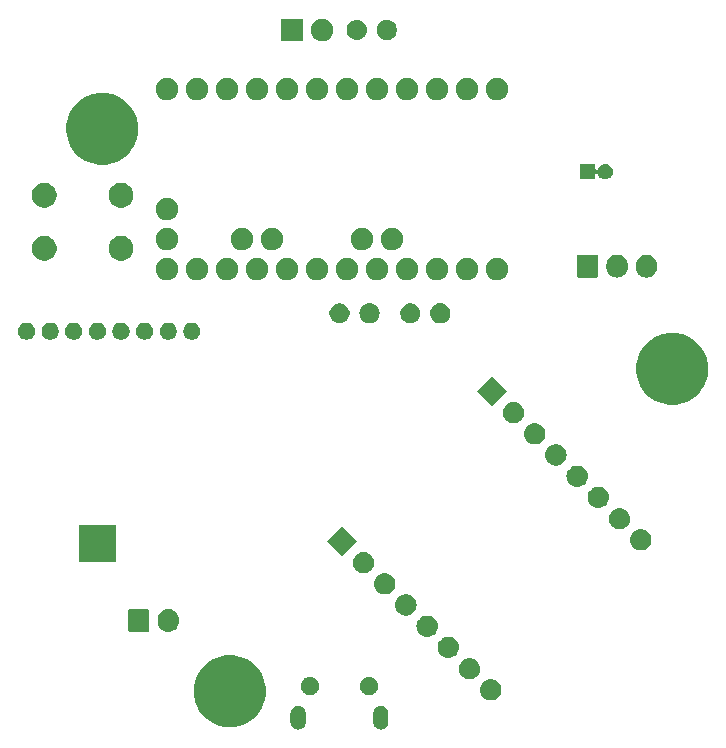
<source format=gbr>
G04 #@! TF.GenerationSoftware,KiCad,Pcbnew,(5.0.2)-1*
G04 #@! TF.CreationDate,2020-02-26T09:59:23+01:00*
G04 #@! TF.ProjectId,HB-OU-MP3-LED_PCB,48422d4f-552d-44d5-9033-2d4c45445f50,V2.1.3*
G04 #@! TF.SameCoordinates,Original*
G04 #@! TF.FileFunction,Soldermask,Bot*
G04 #@! TF.FilePolarity,Negative*
%FSLAX46Y46*%
G04 Gerber Fmt 4.6, Leading zero omitted, Abs format (unit mm)*
G04 Created by KiCad (PCBNEW (5.0.2)-1) date 26.02.2020 09:59:23*
%MOMM*%
%LPD*%
G01*
G04 APERTURE LIST*
%ADD10C,0.100000*%
G04 APERTURE END LIST*
D10*
G36*
X138627618Y-128245920D02*
X138709427Y-128270737D01*
X138750333Y-128283145D01*
X138850491Y-128336681D01*
X138863426Y-128343595D01*
X138962553Y-128424947D01*
X139043905Y-128524074D01*
X139043906Y-128524076D01*
X139104355Y-128637167D01*
X139104356Y-128637170D01*
X139141580Y-128759882D01*
X139151000Y-128855527D01*
X139151000Y-129619473D01*
X139141580Y-129715118D01*
X139116763Y-129796927D01*
X139104355Y-129837833D01*
X139053085Y-129933751D01*
X139043905Y-129950926D01*
X138962553Y-130050053D01*
X138962551Y-130050055D01*
X138896468Y-130104288D01*
X138863425Y-130131405D01*
X138810782Y-130159543D01*
X138750332Y-130191855D01*
X138709426Y-130204263D01*
X138627617Y-130229080D01*
X138500000Y-130241649D01*
X138372382Y-130229080D01*
X138290573Y-130204263D01*
X138249667Y-130191855D01*
X138136576Y-130131406D01*
X138136574Y-130131405D01*
X138037447Y-130050053D01*
X137956095Y-129950925D01*
X137895646Y-129837833D01*
X137895645Y-129837832D01*
X137858421Y-129715119D01*
X137858420Y-129715117D01*
X137849000Y-129619472D01*
X137849000Y-128855527D01*
X137858420Y-128759882D01*
X137895645Y-128637168D01*
X137956096Y-128524074D01*
X138037448Y-128424947D01*
X138136575Y-128343595D01*
X138149510Y-128336681D01*
X138249668Y-128283145D01*
X138290574Y-128270737D01*
X138372383Y-128245920D01*
X138500000Y-128233351D01*
X138627618Y-128245920D01*
X138627618Y-128245920D01*
G37*
G36*
X145627617Y-128245920D02*
X145709426Y-128270737D01*
X145750332Y-128283145D01*
X145810782Y-128315457D01*
X145863425Y-128343595D01*
X145962553Y-128424947D01*
X146043905Y-128524074D01*
X146043906Y-128524076D01*
X146104355Y-128637167D01*
X146104356Y-128637170D01*
X146141580Y-128759882D01*
X146151000Y-128855527D01*
X146151000Y-129619473D01*
X146141580Y-129715118D01*
X146116763Y-129796927D01*
X146104355Y-129837833D01*
X146053085Y-129933751D01*
X146043905Y-129950926D01*
X145962553Y-130050053D01*
X145863426Y-130131405D01*
X145863424Y-130131406D01*
X145750333Y-130191855D01*
X145709427Y-130204263D01*
X145627618Y-130229080D01*
X145500000Y-130241649D01*
X145372383Y-130229080D01*
X145290574Y-130204263D01*
X145249668Y-130191855D01*
X145136577Y-130131406D01*
X145136575Y-130131405D01*
X145037448Y-130050053D01*
X144956096Y-129950926D01*
X144895645Y-129837832D01*
X144858420Y-129715118D01*
X144857301Y-129703760D01*
X144849000Y-129619474D01*
X144849000Y-128855527D01*
X144858420Y-128759885D01*
X144858420Y-128759883D01*
X144883237Y-128678074D01*
X144895645Y-128637168D01*
X144944071Y-128546570D01*
X144956095Y-128524075D01*
X145037447Y-128424947D01*
X145136574Y-128343595D01*
X145149509Y-128336681D01*
X145249667Y-128283145D01*
X145290573Y-128270737D01*
X145372382Y-128245920D01*
X145500000Y-128233351D01*
X145627617Y-128245920D01*
X145627617Y-128245920D01*
G37*
G36*
X133604941Y-124066248D02*
X133604943Y-124066249D01*
X133604944Y-124066249D01*
X134160190Y-124296239D01*
X134409023Y-124462504D01*
X134659902Y-124630136D01*
X135084864Y-125055098D01*
X135084866Y-125055101D01*
X135418761Y-125554810D01*
X135648751Y-126110056D01*
X135648752Y-126110059D01*
X135766000Y-126699501D01*
X135766000Y-127300499D01*
X135671942Y-127773359D01*
X135648751Y-127889944D01*
X135418761Y-128445190D01*
X135290484Y-128637170D01*
X135084864Y-128944902D01*
X134659902Y-129369864D01*
X134659899Y-129369866D01*
X134160190Y-129703761D01*
X133604944Y-129933751D01*
X133604943Y-129933751D01*
X133604941Y-129933752D01*
X133015499Y-130051000D01*
X132414501Y-130051000D01*
X131825059Y-129933752D01*
X131825057Y-129933751D01*
X131825056Y-129933751D01*
X131269810Y-129703761D01*
X130770101Y-129369866D01*
X130770098Y-129369864D01*
X130345136Y-128944902D01*
X130139516Y-128637170D01*
X130011239Y-128445190D01*
X129781249Y-127889944D01*
X129758059Y-127773359D01*
X129664000Y-127300499D01*
X129664000Y-126699501D01*
X129781248Y-126110059D01*
X129781249Y-126110056D01*
X130011239Y-125554810D01*
X130345134Y-125055101D01*
X130345136Y-125055098D01*
X130770098Y-124630136D01*
X131020977Y-124462504D01*
X131269810Y-124296239D01*
X131825056Y-124066249D01*
X131825057Y-124066249D01*
X131825059Y-124066248D01*
X132414501Y-123949000D01*
X133015499Y-123949000D01*
X133604941Y-124066248D01*
X133604941Y-124066248D01*
G37*
G36*
X154917009Y-125977307D02*
X154988986Y-125984396D01*
X155102212Y-126018743D01*
X155158826Y-126035916D01*
X155297446Y-126110011D01*
X155315350Y-126119581D01*
X155351088Y-126148911D01*
X155452545Y-126232173D01*
X155535807Y-126333630D01*
X155565137Y-126369368D01*
X155565138Y-126369370D01*
X155648802Y-126525892D01*
X155661069Y-126566332D01*
X155700322Y-126695732D01*
X155717718Y-126872359D01*
X155700322Y-127048986D01*
X155675276Y-127131552D01*
X155648802Y-127218826D01*
X155605147Y-127300497D01*
X155565137Y-127375350D01*
X155545177Y-127399671D01*
X155452545Y-127512545D01*
X155351088Y-127595807D01*
X155315350Y-127625137D01*
X155315348Y-127625138D01*
X155158826Y-127708802D01*
X155102212Y-127725975D01*
X154988986Y-127760322D01*
X154922802Y-127766840D01*
X154856619Y-127773359D01*
X154768099Y-127773359D01*
X154701916Y-127766840D01*
X154635732Y-127760322D01*
X154522506Y-127725975D01*
X154465892Y-127708802D01*
X154309370Y-127625138D01*
X154309368Y-127625137D01*
X154273630Y-127595807D01*
X154172173Y-127512545D01*
X154079541Y-127399671D01*
X154059581Y-127375350D01*
X154019571Y-127300497D01*
X153975916Y-127218826D01*
X153949442Y-127131552D01*
X153924396Y-127048986D01*
X153907000Y-126872359D01*
X153924396Y-126695732D01*
X153963649Y-126566332D01*
X153975916Y-126525892D01*
X154059580Y-126369370D01*
X154059581Y-126369368D01*
X154088911Y-126333630D01*
X154172173Y-126232173D01*
X154273630Y-126148911D01*
X154309368Y-126119581D01*
X154327272Y-126110011D01*
X154465892Y-126035916D01*
X154522506Y-126018743D01*
X154635732Y-125984396D01*
X154707709Y-125977307D01*
X154768099Y-125971359D01*
X154856619Y-125971359D01*
X154917009Y-125977307D01*
X154917009Y-125977307D01*
G37*
G36*
X144726349Y-125791320D02*
X144726352Y-125791321D01*
X144726351Y-125791321D01*
X144867574Y-125849817D01*
X144961759Y-125912750D01*
X144994674Y-125934743D01*
X145102757Y-126042826D01*
X145102759Y-126042829D01*
X145187683Y-126169926D01*
X145213466Y-126232173D01*
X145246180Y-126311151D01*
X145276000Y-126461069D01*
X145276000Y-126613931D01*
X145246180Y-126763849D01*
X145246179Y-126763851D01*
X145187683Y-126905074D01*
X145187682Y-126905075D01*
X145102757Y-127032174D01*
X144994674Y-127140257D01*
X144994671Y-127140259D01*
X144867574Y-127225183D01*
X144758343Y-127270427D01*
X144726349Y-127283680D01*
X144576431Y-127313500D01*
X144423569Y-127313500D01*
X144273651Y-127283680D01*
X144241657Y-127270427D01*
X144132426Y-127225183D01*
X144005329Y-127140259D01*
X144005326Y-127140257D01*
X143897243Y-127032174D01*
X143812318Y-126905075D01*
X143812317Y-126905074D01*
X143753821Y-126763851D01*
X143753820Y-126763849D01*
X143724000Y-126613931D01*
X143724000Y-126461069D01*
X143753820Y-126311151D01*
X143786534Y-126232173D01*
X143812317Y-126169926D01*
X143897241Y-126042829D01*
X143897243Y-126042826D01*
X144005326Y-125934743D01*
X144038241Y-125912750D01*
X144132426Y-125849817D01*
X144273649Y-125791321D01*
X144273648Y-125791321D01*
X144273651Y-125791320D01*
X144423569Y-125761500D01*
X144576431Y-125761500D01*
X144726349Y-125791320D01*
X144726349Y-125791320D01*
G37*
G36*
X139726349Y-125791320D02*
X139726352Y-125791321D01*
X139726351Y-125791321D01*
X139867574Y-125849817D01*
X139961759Y-125912750D01*
X139994674Y-125934743D01*
X140102757Y-126042826D01*
X140102759Y-126042829D01*
X140187683Y-126169926D01*
X140213466Y-126232173D01*
X140246180Y-126311151D01*
X140276000Y-126461069D01*
X140276000Y-126613931D01*
X140246180Y-126763849D01*
X140246179Y-126763851D01*
X140187683Y-126905074D01*
X140187682Y-126905075D01*
X140102757Y-127032174D01*
X139994674Y-127140257D01*
X139994671Y-127140259D01*
X139867574Y-127225183D01*
X139758343Y-127270427D01*
X139726349Y-127283680D01*
X139576431Y-127313500D01*
X139423569Y-127313500D01*
X139273651Y-127283680D01*
X139241657Y-127270427D01*
X139132426Y-127225183D01*
X139005329Y-127140259D01*
X139005326Y-127140257D01*
X138897243Y-127032174D01*
X138812318Y-126905075D01*
X138812317Y-126905074D01*
X138753821Y-126763851D01*
X138753820Y-126763849D01*
X138724000Y-126613931D01*
X138724000Y-126461069D01*
X138753820Y-126311151D01*
X138786534Y-126232173D01*
X138812317Y-126169926D01*
X138897241Y-126042829D01*
X138897243Y-126042826D01*
X139005326Y-125934743D01*
X139038241Y-125912750D01*
X139132426Y-125849817D01*
X139273649Y-125791321D01*
X139273648Y-125791321D01*
X139273651Y-125791320D01*
X139423569Y-125761500D01*
X139576431Y-125761500D01*
X139726349Y-125791320D01*
X139726349Y-125791320D01*
G37*
G36*
X153120967Y-124181256D02*
X153192934Y-124188344D01*
X153306160Y-124222691D01*
X153362774Y-124239864D01*
X153473408Y-124299000D01*
X153519298Y-124323529D01*
X153551954Y-124350329D01*
X153656493Y-124436121D01*
X153738765Y-124536371D01*
X153769085Y-124573316D01*
X153769086Y-124573318D01*
X153852750Y-124729840D01*
X153852750Y-124729841D01*
X153904270Y-124899680D01*
X153921666Y-125076307D01*
X153904270Y-125252934D01*
X153870400Y-125364590D01*
X153852750Y-125422774D01*
X153789790Y-125540562D01*
X153769085Y-125579298D01*
X153739755Y-125615036D01*
X153656493Y-125716493D01*
X153565313Y-125791321D01*
X153519298Y-125829085D01*
X153519296Y-125829086D01*
X153362774Y-125912750D01*
X153306160Y-125929923D01*
X153192934Y-125964270D01*
X153126750Y-125970788D01*
X153060567Y-125977307D01*
X152972047Y-125977307D01*
X152905864Y-125970788D01*
X152839680Y-125964270D01*
X152726454Y-125929923D01*
X152669840Y-125912750D01*
X152513318Y-125829086D01*
X152513316Y-125829085D01*
X152467301Y-125791321D01*
X152376121Y-125716493D01*
X152292859Y-125615036D01*
X152263529Y-125579298D01*
X152242824Y-125540562D01*
X152179864Y-125422774D01*
X152162214Y-125364590D01*
X152128344Y-125252934D01*
X152110948Y-125076307D01*
X152128344Y-124899680D01*
X152179864Y-124729841D01*
X152179864Y-124729840D01*
X152263528Y-124573318D01*
X152263529Y-124573316D01*
X152293849Y-124536371D01*
X152376121Y-124436121D01*
X152480660Y-124350329D01*
X152513316Y-124323529D01*
X152559206Y-124299000D01*
X152669840Y-124239864D01*
X152726454Y-124222691D01*
X152839680Y-124188344D01*
X152911647Y-124181256D01*
X152972047Y-124175307D01*
X153060567Y-124175307D01*
X153120967Y-124181256D01*
X153120967Y-124181256D01*
G37*
G36*
X151324916Y-122385205D02*
X151396883Y-122392293D01*
X151510109Y-122426640D01*
X151566723Y-122443813D01*
X151705343Y-122517908D01*
X151723247Y-122527478D01*
X151758985Y-122556808D01*
X151860442Y-122640070D01*
X151943704Y-122741527D01*
X151973034Y-122777265D01*
X151973035Y-122777267D01*
X152056699Y-122933789D01*
X152056699Y-122933790D01*
X152108219Y-123103629D01*
X152125615Y-123280256D01*
X152108219Y-123456883D01*
X152073872Y-123570109D01*
X152056699Y-123626723D01*
X151982604Y-123765343D01*
X151973034Y-123783247D01*
X151943704Y-123818985D01*
X151860442Y-123920442D01*
X151758985Y-124003704D01*
X151723247Y-124033034D01*
X151723245Y-124033035D01*
X151566723Y-124116699D01*
X151510109Y-124133872D01*
X151396883Y-124168219D01*
X151330699Y-124174737D01*
X151264516Y-124181256D01*
X151175996Y-124181256D01*
X151109813Y-124174737D01*
X151043629Y-124168219D01*
X150930403Y-124133872D01*
X150873789Y-124116699D01*
X150717267Y-124033035D01*
X150717265Y-124033034D01*
X150681527Y-124003704D01*
X150580070Y-123920442D01*
X150496808Y-123818985D01*
X150467478Y-123783247D01*
X150457908Y-123765343D01*
X150383813Y-123626723D01*
X150366640Y-123570109D01*
X150332293Y-123456883D01*
X150314897Y-123280256D01*
X150332293Y-123103629D01*
X150383813Y-122933790D01*
X150383813Y-122933789D01*
X150467477Y-122777267D01*
X150467478Y-122777265D01*
X150496808Y-122741527D01*
X150580070Y-122640070D01*
X150681527Y-122556808D01*
X150717265Y-122527478D01*
X150735169Y-122517908D01*
X150873789Y-122443813D01*
X150930403Y-122426640D01*
X151043629Y-122392293D01*
X151115596Y-122385205D01*
X151175996Y-122379256D01*
X151264516Y-122379256D01*
X151324916Y-122385205D01*
X151324916Y-122385205D01*
G37*
G36*
X149528865Y-120589154D02*
X149600832Y-120596242D01*
X149714058Y-120630589D01*
X149770672Y-120647762D01*
X149909292Y-120721857D01*
X149927196Y-120731427D01*
X149947846Y-120748374D01*
X150064391Y-120844019D01*
X150147653Y-120945476D01*
X150176983Y-120981214D01*
X150176984Y-120981216D01*
X150260648Y-121137738D01*
X150260648Y-121137739D01*
X150312168Y-121307578D01*
X150329564Y-121484205D01*
X150312168Y-121660832D01*
X150295680Y-121715185D01*
X150260648Y-121830672D01*
X150199160Y-121945706D01*
X150176983Y-121987196D01*
X150147653Y-122022934D01*
X150064391Y-122124391D01*
X149962934Y-122207653D01*
X149927196Y-122236983D01*
X149927194Y-122236984D01*
X149770672Y-122320648D01*
X149714058Y-122337821D01*
X149600832Y-122372168D01*
X149534648Y-122378686D01*
X149468465Y-122385205D01*
X149379945Y-122385205D01*
X149313762Y-122378686D01*
X149247578Y-122372168D01*
X149134352Y-122337821D01*
X149077738Y-122320648D01*
X148921216Y-122236984D01*
X148921214Y-122236983D01*
X148885476Y-122207653D01*
X148784019Y-122124391D01*
X148700757Y-122022934D01*
X148671427Y-121987196D01*
X148649250Y-121945706D01*
X148587762Y-121830672D01*
X148552730Y-121715185D01*
X148536242Y-121660832D01*
X148518846Y-121484205D01*
X148536242Y-121307578D01*
X148587762Y-121137739D01*
X148587762Y-121137738D01*
X148671426Y-120981216D01*
X148671427Y-120981214D01*
X148700757Y-120945476D01*
X148784019Y-120844019D01*
X148900564Y-120748374D01*
X148921214Y-120731427D01*
X148939118Y-120721857D01*
X149077738Y-120647762D01*
X149134352Y-120630589D01*
X149247578Y-120596242D01*
X149319545Y-120589154D01*
X149379945Y-120583205D01*
X149468465Y-120583205D01*
X149528865Y-120589154D01*
X149528865Y-120589154D01*
G37*
G36*
X127676626Y-120037037D02*
X127789852Y-120071384D01*
X127846466Y-120088557D01*
X128002989Y-120172221D01*
X128140186Y-120284814D01*
X128223448Y-120386271D01*
X128252778Y-120422009D01*
X128252779Y-120422011D01*
X128336443Y-120578533D01*
X128337860Y-120583205D01*
X128387963Y-120748373D01*
X128401000Y-120880742D01*
X128401000Y-121119257D01*
X128387963Y-121251626D01*
X128353616Y-121364852D01*
X128336443Y-121421466D01*
X128336442Y-121421467D01*
X128252778Y-121577991D01*
X128223448Y-121613729D01*
X128140186Y-121715186D01*
X128045251Y-121793096D01*
X128002991Y-121827778D01*
X128002989Y-121827779D01*
X127846467Y-121911443D01*
X127805734Y-121923799D01*
X127676627Y-121962963D01*
X127500000Y-121980359D01*
X127323374Y-121962963D01*
X127194267Y-121923799D01*
X127153534Y-121911443D01*
X126997012Y-121827779D01*
X126997010Y-121827778D01*
X126917711Y-121762699D01*
X126859814Y-121715185D01*
X126791217Y-121631599D01*
X126747222Y-121577991D01*
X126697092Y-121484205D01*
X126663557Y-121421467D01*
X126629010Y-121307578D01*
X126612037Y-121251627D01*
X126599000Y-121119258D01*
X126599000Y-120880743D01*
X126612037Y-120748374D01*
X126646384Y-120635148D01*
X126663557Y-120578534D01*
X126747221Y-120422011D01*
X126859814Y-120284814D01*
X126961271Y-120201552D01*
X126997009Y-120172222D01*
X127014913Y-120162652D01*
X127153533Y-120088557D01*
X127210147Y-120071384D01*
X127323373Y-120037037D01*
X127500000Y-120019641D01*
X127676626Y-120037037D01*
X127676626Y-120037037D01*
G37*
G36*
X125758600Y-120027989D02*
X125791649Y-120038014D01*
X125822106Y-120054294D01*
X125848799Y-120076201D01*
X125870706Y-120102894D01*
X125886986Y-120133351D01*
X125897011Y-120166400D01*
X125901000Y-120206904D01*
X125901000Y-121793096D01*
X125897011Y-121833600D01*
X125886986Y-121866649D01*
X125870706Y-121897106D01*
X125848799Y-121923799D01*
X125822106Y-121945706D01*
X125791649Y-121961986D01*
X125758600Y-121972011D01*
X125718096Y-121976000D01*
X124281904Y-121976000D01*
X124241400Y-121972011D01*
X124208351Y-121961986D01*
X124177894Y-121945706D01*
X124151201Y-121923799D01*
X124129294Y-121897106D01*
X124113014Y-121866649D01*
X124102989Y-121833600D01*
X124099000Y-121793096D01*
X124099000Y-120206904D01*
X124102989Y-120166400D01*
X124113014Y-120133351D01*
X124129294Y-120102894D01*
X124151201Y-120076201D01*
X124177894Y-120054294D01*
X124208351Y-120038014D01*
X124241400Y-120027989D01*
X124281904Y-120024000D01*
X125718096Y-120024000D01*
X125758600Y-120027989D01*
X125758600Y-120027989D01*
G37*
G36*
X147732804Y-118793102D02*
X147804781Y-118800191D01*
X147918007Y-118834538D01*
X147974621Y-118851711D01*
X148113241Y-118925806D01*
X148131145Y-118935376D01*
X148166883Y-118964706D01*
X148268340Y-119047968D01*
X148351602Y-119149425D01*
X148380932Y-119185163D01*
X148380933Y-119185165D01*
X148464597Y-119341687D01*
X148464597Y-119341688D01*
X148516117Y-119511527D01*
X148533513Y-119688154D01*
X148516117Y-119864781D01*
X148481770Y-119978007D01*
X148464597Y-120034621D01*
X148435767Y-120088557D01*
X148380932Y-120191145D01*
X148351602Y-120226883D01*
X148268340Y-120328340D01*
X148166883Y-120411602D01*
X148131145Y-120440932D01*
X148131143Y-120440933D01*
X147974621Y-120524597D01*
X147918007Y-120541770D01*
X147804781Y-120576117D01*
X147738597Y-120582635D01*
X147672414Y-120589154D01*
X147583894Y-120589154D01*
X147517711Y-120582635D01*
X147451527Y-120576117D01*
X147338301Y-120541770D01*
X147281687Y-120524597D01*
X147125165Y-120440933D01*
X147125163Y-120440932D01*
X147089425Y-120411602D01*
X146987968Y-120328340D01*
X146904706Y-120226883D01*
X146875376Y-120191145D01*
X146820541Y-120088557D01*
X146791711Y-120034621D01*
X146774538Y-119978007D01*
X146740191Y-119864781D01*
X146722795Y-119688154D01*
X146740191Y-119511527D01*
X146791711Y-119341688D01*
X146791711Y-119341687D01*
X146875375Y-119185165D01*
X146875376Y-119185163D01*
X146904706Y-119149425D01*
X146987968Y-119047968D01*
X147089425Y-118964706D01*
X147125163Y-118935376D01*
X147143067Y-118925806D01*
X147281687Y-118851711D01*
X147338301Y-118834538D01*
X147451527Y-118800191D01*
X147523504Y-118793102D01*
X147583894Y-118787154D01*
X147672414Y-118787154D01*
X147732804Y-118793102D01*
X147732804Y-118793102D01*
G37*
G36*
X145936762Y-116997051D02*
X146008729Y-117004139D01*
X146121955Y-117038486D01*
X146178569Y-117055659D01*
X146317189Y-117129754D01*
X146335093Y-117139324D01*
X146370831Y-117168654D01*
X146472288Y-117251916D01*
X146555550Y-117353373D01*
X146584880Y-117389111D01*
X146584881Y-117389113D01*
X146668545Y-117545635D01*
X146668545Y-117545636D01*
X146720065Y-117715475D01*
X146737461Y-117892102D01*
X146720065Y-118068729D01*
X146685718Y-118181955D01*
X146668545Y-118238569D01*
X146594450Y-118377189D01*
X146584880Y-118395093D01*
X146555550Y-118430831D01*
X146472288Y-118532288D01*
X146370831Y-118615550D01*
X146335093Y-118644880D01*
X146335091Y-118644881D01*
X146178569Y-118728545D01*
X146121955Y-118745718D01*
X146008729Y-118780065D01*
X145942544Y-118786584D01*
X145876362Y-118793102D01*
X145787842Y-118793102D01*
X145721660Y-118786584D01*
X145655475Y-118780065D01*
X145542249Y-118745718D01*
X145485635Y-118728545D01*
X145329113Y-118644881D01*
X145329111Y-118644880D01*
X145293373Y-118615550D01*
X145191916Y-118532288D01*
X145108654Y-118430831D01*
X145079324Y-118395093D01*
X145069754Y-118377189D01*
X144995659Y-118238569D01*
X144978486Y-118181955D01*
X144944139Y-118068729D01*
X144926743Y-117892102D01*
X144944139Y-117715475D01*
X144995659Y-117545636D01*
X144995659Y-117545635D01*
X145079323Y-117389113D01*
X145079324Y-117389111D01*
X145108654Y-117353373D01*
X145191916Y-117251916D01*
X145293373Y-117168654D01*
X145329111Y-117139324D01*
X145347015Y-117129754D01*
X145485635Y-117055659D01*
X145542249Y-117038486D01*
X145655475Y-117004139D01*
X145727442Y-116997051D01*
X145787842Y-116991102D01*
X145876362Y-116991102D01*
X145936762Y-116997051D01*
X145936762Y-116997051D01*
G37*
G36*
X144146493Y-115201569D02*
X144212678Y-115208088D01*
X144325904Y-115242435D01*
X144382518Y-115259608D01*
X144521138Y-115333703D01*
X144539042Y-115343273D01*
X144574780Y-115372603D01*
X144676237Y-115455865D01*
X144759499Y-115557322D01*
X144788829Y-115593060D01*
X144788830Y-115593062D01*
X144872494Y-115749584D01*
X144872494Y-115749585D01*
X144924014Y-115919424D01*
X144941410Y-116096051D01*
X144924014Y-116272678D01*
X144889667Y-116385904D01*
X144872494Y-116442518D01*
X144798399Y-116581138D01*
X144788829Y-116599042D01*
X144759499Y-116634780D01*
X144676237Y-116736237D01*
X144574780Y-116819499D01*
X144539042Y-116848829D01*
X144539040Y-116848830D01*
X144382518Y-116932494D01*
X144325904Y-116949667D01*
X144212678Y-116984014D01*
X144146493Y-116990533D01*
X144080311Y-116997051D01*
X143991791Y-116997051D01*
X143925609Y-116990533D01*
X143859424Y-116984014D01*
X143746198Y-116949667D01*
X143689584Y-116932494D01*
X143533062Y-116848830D01*
X143533060Y-116848829D01*
X143497322Y-116819499D01*
X143395865Y-116736237D01*
X143312603Y-116634780D01*
X143283273Y-116599042D01*
X143273703Y-116581138D01*
X143199608Y-116442518D01*
X143182435Y-116385904D01*
X143148088Y-116272678D01*
X143130692Y-116096051D01*
X143148088Y-115919424D01*
X143199608Y-115749585D01*
X143199608Y-115749584D01*
X143283272Y-115593062D01*
X143283273Y-115593060D01*
X143312603Y-115557322D01*
X143395865Y-115455865D01*
X143497322Y-115372603D01*
X143533060Y-115343273D01*
X143550964Y-115333703D01*
X143689584Y-115259608D01*
X143746198Y-115242435D01*
X143859424Y-115208088D01*
X143925609Y-115201569D01*
X143991791Y-115195051D01*
X144080311Y-115195051D01*
X144146493Y-115201569D01*
X144146493Y-115201569D01*
G37*
G36*
X123065000Y-116029000D02*
X119963000Y-116029000D01*
X119963000Y-112927000D01*
X123065000Y-112927000D01*
X123065000Y-116029000D01*
X123065000Y-116029000D01*
G37*
G36*
X143514207Y-114300000D02*
X142240000Y-115574207D01*
X140965793Y-114300000D01*
X142240000Y-113025793D01*
X143514207Y-114300000D01*
X143514207Y-114300000D01*
G37*
G36*
X167617009Y-113277307D02*
X167688986Y-113284396D01*
X167802212Y-113318743D01*
X167858826Y-113335916D01*
X167997446Y-113410011D01*
X168015350Y-113419581D01*
X168051088Y-113448911D01*
X168152545Y-113532173D01*
X168235807Y-113633630D01*
X168265137Y-113669368D01*
X168265138Y-113669370D01*
X168348802Y-113825892D01*
X168348802Y-113825893D01*
X168400322Y-113995732D01*
X168417718Y-114172359D01*
X168400322Y-114348986D01*
X168365975Y-114462212D01*
X168348802Y-114518826D01*
X168274707Y-114657446D01*
X168265137Y-114675350D01*
X168235807Y-114711088D01*
X168152545Y-114812545D01*
X168051088Y-114895807D01*
X168015350Y-114925137D01*
X168015348Y-114925138D01*
X167858826Y-115008802D01*
X167802212Y-115025975D01*
X167688986Y-115060322D01*
X167622802Y-115066840D01*
X167556619Y-115073359D01*
X167468099Y-115073359D01*
X167401916Y-115066840D01*
X167335732Y-115060322D01*
X167222506Y-115025975D01*
X167165892Y-115008802D01*
X167009370Y-114925138D01*
X167009368Y-114925137D01*
X166973630Y-114895807D01*
X166872173Y-114812545D01*
X166788911Y-114711088D01*
X166759581Y-114675350D01*
X166750011Y-114657446D01*
X166675916Y-114518826D01*
X166658743Y-114462212D01*
X166624396Y-114348986D01*
X166607000Y-114172359D01*
X166624396Y-113995732D01*
X166675916Y-113825893D01*
X166675916Y-113825892D01*
X166759580Y-113669370D01*
X166759581Y-113669368D01*
X166788911Y-113633630D01*
X166872173Y-113532173D01*
X166973630Y-113448911D01*
X167009368Y-113419581D01*
X167027272Y-113410011D01*
X167165892Y-113335916D01*
X167222506Y-113318743D01*
X167335732Y-113284396D01*
X167407709Y-113277307D01*
X167468099Y-113271359D01*
X167556619Y-113271359D01*
X167617009Y-113277307D01*
X167617009Y-113277307D01*
G37*
G36*
X165820967Y-111481256D02*
X165892934Y-111488344D01*
X166006160Y-111522691D01*
X166062774Y-111539864D01*
X166201394Y-111613959D01*
X166219298Y-111623529D01*
X166255036Y-111652859D01*
X166356493Y-111736121D01*
X166439755Y-111837578D01*
X166469085Y-111873316D01*
X166469086Y-111873318D01*
X166552750Y-112029840D01*
X166552750Y-112029841D01*
X166604270Y-112199680D01*
X166621666Y-112376307D01*
X166604270Y-112552934D01*
X166569923Y-112666160D01*
X166552750Y-112722774D01*
X166478655Y-112861394D01*
X166469085Y-112879298D01*
X166439755Y-112915036D01*
X166356493Y-113016493D01*
X166255036Y-113099755D01*
X166219298Y-113129085D01*
X166219296Y-113129086D01*
X166062774Y-113212750D01*
X166006160Y-113229923D01*
X165892934Y-113264270D01*
X165826749Y-113270789D01*
X165760567Y-113277307D01*
X165672047Y-113277307D01*
X165605865Y-113270789D01*
X165539680Y-113264270D01*
X165426454Y-113229923D01*
X165369840Y-113212750D01*
X165213318Y-113129086D01*
X165213316Y-113129085D01*
X165177578Y-113099755D01*
X165076121Y-113016493D01*
X164992859Y-112915036D01*
X164963529Y-112879298D01*
X164953959Y-112861394D01*
X164879864Y-112722774D01*
X164862691Y-112666160D01*
X164828344Y-112552934D01*
X164810948Y-112376307D01*
X164828344Y-112199680D01*
X164879864Y-112029841D01*
X164879864Y-112029840D01*
X164963528Y-111873318D01*
X164963529Y-111873316D01*
X164992859Y-111837578D01*
X165076121Y-111736121D01*
X165177578Y-111652859D01*
X165213316Y-111623529D01*
X165231220Y-111613959D01*
X165369840Y-111539864D01*
X165426454Y-111522691D01*
X165539680Y-111488344D01*
X165611647Y-111481256D01*
X165672047Y-111475307D01*
X165760567Y-111475307D01*
X165820967Y-111481256D01*
X165820967Y-111481256D01*
G37*
G36*
X164024916Y-109685205D02*
X164096883Y-109692293D01*
X164210109Y-109726640D01*
X164266723Y-109743813D01*
X164405343Y-109817908D01*
X164423247Y-109827478D01*
X164458985Y-109856808D01*
X164560442Y-109940070D01*
X164643704Y-110041527D01*
X164673034Y-110077265D01*
X164673035Y-110077267D01*
X164756699Y-110233789D01*
X164756699Y-110233790D01*
X164808219Y-110403629D01*
X164825615Y-110580256D01*
X164808219Y-110756883D01*
X164773872Y-110870109D01*
X164756699Y-110926723D01*
X164682604Y-111065343D01*
X164673034Y-111083247D01*
X164643704Y-111118985D01*
X164560442Y-111220442D01*
X164458985Y-111303704D01*
X164423247Y-111333034D01*
X164423245Y-111333035D01*
X164266723Y-111416699D01*
X164210109Y-111433872D01*
X164096883Y-111468219D01*
X164030699Y-111474737D01*
X163964516Y-111481256D01*
X163875996Y-111481256D01*
X163809813Y-111474737D01*
X163743629Y-111468219D01*
X163630403Y-111433872D01*
X163573789Y-111416699D01*
X163417267Y-111333035D01*
X163417265Y-111333034D01*
X163381527Y-111303704D01*
X163280070Y-111220442D01*
X163196808Y-111118985D01*
X163167478Y-111083247D01*
X163157908Y-111065343D01*
X163083813Y-110926723D01*
X163066640Y-110870109D01*
X163032293Y-110756883D01*
X163014897Y-110580256D01*
X163032293Y-110403629D01*
X163083813Y-110233790D01*
X163083813Y-110233789D01*
X163167477Y-110077267D01*
X163167478Y-110077265D01*
X163196808Y-110041527D01*
X163280070Y-109940070D01*
X163381527Y-109856808D01*
X163417265Y-109827478D01*
X163435169Y-109817908D01*
X163573789Y-109743813D01*
X163630403Y-109726640D01*
X163743629Y-109692293D01*
X163815596Y-109685205D01*
X163875996Y-109679256D01*
X163964516Y-109679256D01*
X164024916Y-109685205D01*
X164024916Y-109685205D01*
G37*
G36*
X162228865Y-107889154D02*
X162300832Y-107896242D01*
X162414058Y-107930589D01*
X162470672Y-107947762D01*
X162609292Y-108021857D01*
X162627196Y-108031427D01*
X162662934Y-108060757D01*
X162764391Y-108144019D01*
X162847653Y-108245476D01*
X162876983Y-108281214D01*
X162876984Y-108281216D01*
X162960648Y-108437738D01*
X162960648Y-108437739D01*
X163012168Y-108607578D01*
X163029564Y-108784205D01*
X163012168Y-108960832D01*
X162977821Y-109074058D01*
X162960648Y-109130672D01*
X162886553Y-109269292D01*
X162876983Y-109287196D01*
X162847653Y-109322934D01*
X162764391Y-109424391D01*
X162662934Y-109507653D01*
X162627196Y-109536983D01*
X162627194Y-109536984D01*
X162470672Y-109620648D01*
X162414058Y-109637821D01*
X162300832Y-109672168D01*
X162234647Y-109678687D01*
X162168465Y-109685205D01*
X162079945Y-109685205D01*
X162013763Y-109678687D01*
X161947578Y-109672168D01*
X161834352Y-109637821D01*
X161777738Y-109620648D01*
X161621216Y-109536984D01*
X161621214Y-109536983D01*
X161585476Y-109507653D01*
X161484019Y-109424391D01*
X161400757Y-109322934D01*
X161371427Y-109287196D01*
X161361857Y-109269292D01*
X161287762Y-109130672D01*
X161270589Y-109074058D01*
X161236242Y-108960832D01*
X161218846Y-108784205D01*
X161236242Y-108607578D01*
X161287762Y-108437739D01*
X161287762Y-108437738D01*
X161371426Y-108281216D01*
X161371427Y-108281214D01*
X161400757Y-108245476D01*
X161484019Y-108144019D01*
X161585476Y-108060757D01*
X161621214Y-108031427D01*
X161639118Y-108021857D01*
X161777738Y-107947762D01*
X161834352Y-107930589D01*
X161947578Y-107896242D01*
X162019545Y-107889154D01*
X162079945Y-107883205D01*
X162168465Y-107883205D01*
X162228865Y-107889154D01*
X162228865Y-107889154D01*
G37*
G36*
X160432804Y-106093102D02*
X160504781Y-106100191D01*
X160618007Y-106134538D01*
X160674621Y-106151711D01*
X160813241Y-106225806D01*
X160831145Y-106235376D01*
X160866883Y-106264706D01*
X160968340Y-106347968D01*
X161051602Y-106449425D01*
X161080932Y-106485163D01*
X161080933Y-106485165D01*
X161164597Y-106641687D01*
X161164597Y-106641688D01*
X161216117Y-106811527D01*
X161233513Y-106988154D01*
X161216117Y-107164781D01*
X161181770Y-107278007D01*
X161164597Y-107334621D01*
X161090502Y-107473241D01*
X161080932Y-107491145D01*
X161051602Y-107526883D01*
X160968340Y-107628340D01*
X160866883Y-107711602D01*
X160831145Y-107740932D01*
X160831143Y-107740933D01*
X160674621Y-107824597D01*
X160618007Y-107841770D01*
X160504781Y-107876117D01*
X160438596Y-107882636D01*
X160372414Y-107889154D01*
X160283894Y-107889154D01*
X160217712Y-107882636D01*
X160151527Y-107876117D01*
X160038301Y-107841770D01*
X159981687Y-107824597D01*
X159825165Y-107740933D01*
X159825163Y-107740932D01*
X159789425Y-107711602D01*
X159687968Y-107628340D01*
X159604706Y-107526883D01*
X159575376Y-107491145D01*
X159565806Y-107473241D01*
X159491711Y-107334621D01*
X159474538Y-107278007D01*
X159440191Y-107164781D01*
X159422795Y-106988154D01*
X159440191Y-106811527D01*
X159491711Y-106641688D01*
X159491711Y-106641687D01*
X159575375Y-106485165D01*
X159575376Y-106485163D01*
X159604706Y-106449425D01*
X159687968Y-106347968D01*
X159789425Y-106264706D01*
X159825163Y-106235376D01*
X159843067Y-106225806D01*
X159981687Y-106151711D01*
X160038301Y-106134538D01*
X160151527Y-106100191D01*
X160223504Y-106093102D01*
X160283894Y-106087154D01*
X160372414Y-106087154D01*
X160432804Y-106093102D01*
X160432804Y-106093102D01*
G37*
G36*
X158636762Y-104297051D02*
X158708729Y-104304139D01*
X158821955Y-104338486D01*
X158878569Y-104355659D01*
X159017189Y-104429754D01*
X159035093Y-104439324D01*
X159070831Y-104468654D01*
X159172288Y-104551916D01*
X159255550Y-104653373D01*
X159284880Y-104689111D01*
X159284881Y-104689113D01*
X159368545Y-104845635D01*
X159368545Y-104845636D01*
X159420065Y-105015475D01*
X159437461Y-105192102D01*
X159420065Y-105368729D01*
X159385718Y-105481955D01*
X159368545Y-105538569D01*
X159294450Y-105677189D01*
X159284880Y-105695093D01*
X159255550Y-105730831D01*
X159172288Y-105832288D01*
X159070831Y-105915550D01*
X159035093Y-105944880D01*
X159035091Y-105944881D01*
X158878569Y-106028545D01*
X158821955Y-106045718D01*
X158708729Y-106080065D01*
X158642544Y-106086584D01*
X158576362Y-106093102D01*
X158487842Y-106093102D01*
X158421660Y-106086584D01*
X158355475Y-106080065D01*
X158242249Y-106045718D01*
X158185635Y-106028545D01*
X158029113Y-105944881D01*
X158029111Y-105944880D01*
X157993373Y-105915550D01*
X157891916Y-105832288D01*
X157808654Y-105730831D01*
X157779324Y-105695093D01*
X157769754Y-105677189D01*
X157695659Y-105538569D01*
X157678486Y-105481955D01*
X157644139Y-105368729D01*
X157626743Y-105192102D01*
X157644139Y-105015475D01*
X157695659Y-104845636D01*
X157695659Y-104845635D01*
X157779323Y-104689113D01*
X157779324Y-104689111D01*
X157808654Y-104653373D01*
X157891916Y-104551916D01*
X157993373Y-104468654D01*
X158029111Y-104439324D01*
X158047015Y-104429754D01*
X158185635Y-104355659D01*
X158242249Y-104338486D01*
X158355475Y-104304139D01*
X158427442Y-104297051D01*
X158487842Y-104291102D01*
X158576362Y-104291102D01*
X158636762Y-104297051D01*
X158636762Y-104297051D01*
G37*
G36*
X156846493Y-102501569D02*
X156912678Y-102508088D01*
X157025904Y-102542435D01*
X157082518Y-102559608D01*
X157211875Y-102628752D01*
X157239042Y-102643273D01*
X157274780Y-102672603D01*
X157376237Y-102755865D01*
X157459499Y-102857322D01*
X157488829Y-102893060D01*
X157488830Y-102893062D01*
X157572494Y-103049584D01*
X157572494Y-103049585D01*
X157624014Y-103219424D01*
X157641410Y-103396051D01*
X157624014Y-103572678D01*
X157589667Y-103685904D01*
X157572494Y-103742518D01*
X157498399Y-103881138D01*
X157488829Y-103899042D01*
X157459499Y-103934780D01*
X157376237Y-104036237D01*
X157274780Y-104119499D01*
X157239042Y-104148829D01*
X157239040Y-104148830D01*
X157082518Y-104232494D01*
X157025904Y-104249667D01*
X156912678Y-104284014D01*
X156846494Y-104290532D01*
X156780311Y-104297051D01*
X156691791Y-104297051D01*
X156625608Y-104290532D01*
X156559424Y-104284014D01*
X156446198Y-104249667D01*
X156389584Y-104232494D01*
X156233062Y-104148830D01*
X156233060Y-104148829D01*
X156197322Y-104119499D01*
X156095865Y-104036237D01*
X156012603Y-103934780D01*
X155983273Y-103899042D01*
X155973703Y-103881138D01*
X155899608Y-103742518D01*
X155882435Y-103685904D01*
X155848088Y-103572678D01*
X155830692Y-103396051D01*
X155848088Y-103219424D01*
X155899608Y-103049585D01*
X155899608Y-103049584D01*
X155983272Y-102893062D01*
X155983273Y-102893060D01*
X156012603Y-102857322D01*
X156095865Y-102755865D01*
X156197322Y-102672603D01*
X156233060Y-102643273D01*
X156260227Y-102628752D01*
X156389584Y-102559608D01*
X156446198Y-102542435D01*
X156559424Y-102508088D01*
X156625609Y-102501569D01*
X156691791Y-102495051D01*
X156780311Y-102495051D01*
X156846493Y-102501569D01*
X156846493Y-102501569D01*
G37*
G36*
X156214207Y-101600000D02*
X154940000Y-102874207D01*
X153665793Y-101600000D01*
X154940000Y-100325793D01*
X156214207Y-101600000D01*
X156214207Y-101600000D01*
G37*
G36*
X171069941Y-96761248D02*
X171069943Y-96761249D01*
X171069944Y-96761249D01*
X171625190Y-96991239D01*
X171984573Y-97231371D01*
X172124902Y-97325136D01*
X172549864Y-97750098D01*
X172549866Y-97750101D01*
X172883761Y-98249810D01*
X173113751Y-98805056D01*
X173113752Y-98805059D01*
X173231000Y-99394501D01*
X173231000Y-99995499D01*
X173165300Y-100325794D01*
X173113751Y-100584944D01*
X172883761Y-101140190D01*
X172816021Y-101241570D01*
X172549864Y-101639902D01*
X172124902Y-102064864D01*
X172124899Y-102064866D01*
X171625190Y-102398761D01*
X171069944Y-102628751D01*
X171069943Y-102628751D01*
X171069941Y-102628752D01*
X170480499Y-102746000D01*
X169879501Y-102746000D01*
X169290059Y-102628752D01*
X169290057Y-102628751D01*
X169290056Y-102628751D01*
X168734810Y-102398761D01*
X168235101Y-102064866D01*
X168235098Y-102064864D01*
X167810136Y-101639902D01*
X167543979Y-101241570D01*
X167476239Y-101140190D01*
X167246249Y-100584944D01*
X167194701Y-100325794D01*
X167129000Y-99995499D01*
X167129000Y-99394501D01*
X167246248Y-98805059D01*
X167246249Y-98805056D01*
X167476239Y-98249810D01*
X167810134Y-97750101D01*
X167810136Y-97750098D01*
X168235098Y-97325136D01*
X168375427Y-97231371D01*
X168734810Y-96991239D01*
X169290056Y-96761249D01*
X169290057Y-96761249D01*
X169290059Y-96761248D01*
X169879501Y-96644000D01*
X170480499Y-96644000D01*
X171069941Y-96761248D01*
X171069941Y-96761248D01*
G37*
G36*
X129711767Y-95801899D02*
X129843891Y-95856627D01*
X129962799Y-95936079D01*
X130063921Y-96037201D01*
X130143373Y-96156109D01*
X130198101Y-96288233D01*
X130226000Y-96428494D01*
X130226000Y-96571506D01*
X130198101Y-96711767D01*
X130143373Y-96843891D01*
X130063921Y-96962799D01*
X129962799Y-97063921D01*
X129843891Y-97143373D01*
X129711767Y-97198101D01*
X129571506Y-97226000D01*
X129428494Y-97226000D01*
X129288233Y-97198101D01*
X129156109Y-97143373D01*
X129037201Y-97063921D01*
X128936079Y-96962799D01*
X128856627Y-96843891D01*
X128801899Y-96711767D01*
X128774000Y-96571506D01*
X128774000Y-96428494D01*
X128801899Y-96288233D01*
X128856627Y-96156109D01*
X128936079Y-96037201D01*
X129037201Y-95936079D01*
X129156109Y-95856627D01*
X129288233Y-95801899D01*
X129428494Y-95774000D01*
X129571506Y-95774000D01*
X129711767Y-95801899D01*
X129711767Y-95801899D01*
G37*
G36*
X115711767Y-95801899D02*
X115843891Y-95856627D01*
X115962799Y-95936079D01*
X116063921Y-96037201D01*
X116143373Y-96156109D01*
X116198101Y-96288233D01*
X116226000Y-96428494D01*
X116226000Y-96571506D01*
X116198101Y-96711767D01*
X116143373Y-96843891D01*
X116063921Y-96962799D01*
X115962799Y-97063921D01*
X115843891Y-97143373D01*
X115711767Y-97198101D01*
X115571506Y-97226000D01*
X115428494Y-97226000D01*
X115288233Y-97198101D01*
X115156109Y-97143373D01*
X115037201Y-97063921D01*
X114936079Y-96962799D01*
X114856627Y-96843891D01*
X114801899Y-96711767D01*
X114774000Y-96571506D01*
X114774000Y-96428494D01*
X114801899Y-96288233D01*
X114856627Y-96156109D01*
X114936079Y-96037201D01*
X115037201Y-95936079D01*
X115156109Y-95856627D01*
X115288233Y-95801899D01*
X115428494Y-95774000D01*
X115571506Y-95774000D01*
X115711767Y-95801899D01*
X115711767Y-95801899D01*
G37*
G36*
X117711767Y-95801899D02*
X117843891Y-95856627D01*
X117962799Y-95936079D01*
X118063921Y-96037201D01*
X118143373Y-96156109D01*
X118198101Y-96288233D01*
X118226000Y-96428494D01*
X118226000Y-96571506D01*
X118198101Y-96711767D01*
X118143373Y-96843891D01*
X118063921Y-96962799D01*
X117962799Y-97063921D01*
X117843891Y-97143373D01*
X117711767Y-97198101D01*
X117571506Y-97226000D01*
X117428494Y-97226000D01*
X117288233Y-97198101D01*
X117156109Y-97143373D01*
X117037201Y-97063921D01*
X116936079Y-96962799D01*
X116856627Y-96843891D01*
X116801899Y-96711767D01*
X116774000Y-96571506D01*
X116774000Y-96428494D01*
X116801899Y-96288233D01*
X116856627Y-96156109D01*
X116936079Y-96037201D01*
X117037201Y-95936079D01*
X117156109Y-95856627D01*
X117288233Y-95801899D01*
X117428494Y-95774000D01*
X117571506Y-95774000D01*
X117711767Y-95801899D01*
X117711767Y-95801899D01*
G37*
G36*
X119711767Y-95801899D02*
X119843891Y-95856627D01*
X119962799Y-95936079D01*
X120063921Y-96037201D01*
X120143373Y-96156109D01*
X120198101Y-96288233D01*
X120226000Y-96428494D01*
X120226000Y-96571506D01*
X120198101Y-96711767D01*
X120143373Y-96843891D01*
X120063921Y-96962799D01*
X119962799Y-97063921D01*
X119843891Y-97143373D01*
X119711767Y-97198101D01*
X119571506Y-97226000D01*
X119428494Y-97226000D01*
X119288233Y-97198101D01*
X119156109Y-97143373D01*
X119037201Y-97063921D01*
X118936079Y-96962799D01*
X118856627Y-96843891D01*
X118801899Y-96711767D01*
X118774000Y-96571506D01*
X118774000Y-96428494D01*
X118801899Y-96288233D01*
X118856627Y-96156109D01*
X118936079Y-96037201D01*
X119037201Y-95936079D01*
X119156109Y-95856627D01*
X119288233Y-95801899D01*
X119428494Y-95774000D01*
X119571506Y-95774000D01*
X119711767Y-95801899D01*
X119711767Y-95801899D01*
G37*
G36*
X125711767Y-95801899D02*
X125843891Y-95856627D01*
X125962799Y-95936079D01*
X126063921Y-96037201D01*
X126143373Y-96156109D01*
X126198101Y-96288233D01*
X126226000Y-96428494D01*
X126226000Y-96571506D01*
X126198101Y-96711767D01*
X126143373Y-96843891D01*
X126063921Y-96962799D01*
X125962799Y-97063921D01*
X125843891Y-97143373D01*
X125711767Y-97198101D01*
X125571506Y-97226000D01*
X125428494Y-97226000D01*
X125288233Y-97198101D01*
X125156109Y-97143373D01*
X125037201Y-97063921D01*
X124936079Y-96962799D01*
X124856627Y-96843891D01*
X124801899Y-96711767D01*
X124774000Y-96571506D01*
X124774000Y-96428494D01*
X124801899Y-96288233D01*
X124856627Y-96156109D01*
X124936079Y-96037201D01*
X125037201Y-95936079D01*
X125156109Y-95856627D01*
X125288233Y-95801899D01*
X125428494Y-95774000D01*
X125571506Y-95774000D01*
X125711767Y-95801899D01*
X125711767Y-95801899D01*
G37*
G36*
X127711767Y-95801899D02*
X127843891Y-95856627D01*
X127962799Y-95936079D01*
X128063921Y-96037201D01*
X128143373Y-96156109D01*
X128198101Y-96288233D01*
X128226000Y-96428494D01*
X128226000Y-96571506D01*
X128198101Y-96711767D01*
X128143373Y-96843891D01*
X128063921Y-96962799D01*
X127962799Y-97063921D01*
X127843891Y-97143373D01*
X127711767Y-97198101D01*
X127571506Y-97226000D01*
X127428494Y-97226000D01*
X127288233Y-97198101D01*
X127156109Y-97143373D01*
X127037201Y-97063921D01*
X126936079Y-96962799D01*
X126856627Y-96843891D01*
X126801899Y-96711767D01*
X126774000Y-96571506D01*
X126774000Y-96428494D01*
X126801899Y-96288233D01*
X126856627Y-96156109D01*
X126936079Y-96037201D01*
X127037201Y-95936079D01*
X127156109Y-95856627D01*
X127288233Y-95801899D01*
X127428494Y-95774000D01*
X127571506Y-95774000D01*
X127711767Y-95801899D01*
X127711767Y-95801899D01*
G37*
G36*
X121711767Y-95801899D02*
X121843891Y-95856627D01*
X121962799Y-95936079D01*
X122063921Y-96037201D01*
X122143373Y-96156109D01*
X122198101Y-96288233D01*
X122226000Y-96428494D01*
X122226000Y-96571506D01*
X122198101Y-96711767D01*
X122143373Y-96843891D01*
X122063921Y-96962799D01*
X121962799Y-97063921D01*
X121843891Y-97143373D01*
X121711767Y-97198101D01*
X121571506Y-97226000D01*
X121428494Y-97226000D01*
X121288233Y-97198101D01*
X121156109Y-97143373D01*
X121037201Y-97063921D01*
X120936079Y-96962799D01*
X120856627Y-96843891D01*
X120801899Y-96711767D01*
X120774000Y-96571506D01*
X120774000Y-96428494D01*
X120801899Y-96288233D01*
X120856627Y-96156109D01*
X120936079Y-96037201D01*
X121037201Y-95936079D01*
X121156109Y-95856627D01*
X121288233Y-95801899D01*
X121428494Y-95774000D01*
X121571506Y-95774000D01*
X121711767Y-95801899D01*
X121711767Y-95801899D01*
G37*
G36*
X123711767Y-95801899D02*
X123843891Y-95856627D01*
X123962799Y-95936079D01*
X124063921Y-96037201D01*
X124143373Y-96156109D01*
X124198101Y-96288233D01*
X124226000Y-96428494D01*
X124226000Y-96571506D01*
X124198101Y-96711767D01*
X124143373Y-96843891D01*
X124063921Y-96962799D01*
X123962799Y-97063921D01*
X123843891Y-97143373D01*
X123711767Y-97198101D01*
X123571506Y-97226000D01*
X123428494Y-97226000D01*
X123288233Y-97198101D01*
X123156109Y-97143373D01*
X123037201Y-97063921D01*
X122936079Y-96962799D01*
X122856627Y-96843891D01*
X122801899Y-96711767D01*
X122774000Y-96571506D01*
X122774000Y-96428494D01*
X122801899Y-96288233D01*
X122856627Y-96156109D01*
X122936079Y-96037201D01*
X123037201Y-95936079D01*
X123156109Y-95856627D01*
X123288233Y-95801899D01*
X123428494Y-95774000D01*
X123571506Y-95774000D01*
X123711767Y-95801899D01*
X123711767Y-95801899D01*
G37*
G36*
X144706821Y-94161313D02*
X144706824Y-94161314D01*
X144706825Y-94161314D01*
X144867239Y-94209975D01*
X144867241Y-94209976D01*
X144867244Y-94209977D01*
X145015078Y-94288995D01*
X145144659Y-94395341D01*
X145251005Y-94524922D01*
X145330023Y-94672756D01*
X145330024Y-94672759D01*
X145330025Y-94672761D01*
X145378686Y-94833175D01*
X145378687Y-94833179D01*
X145395117Y-95000000D01*
X145378687Y-95166821D01*
X145378686Y-95166824D01*
X145378686Y-95166825D01*
X145353993Y-95248228D01*
X145330023Y-95327244D01*
X145251005Y-95475078D01*
X145144659Y-95604659D01*
X145015078Y-95711005D01*
X144867244Y-95790023D01*
X144867241Y-95790024D01*
X144867239Y-95790025D01*
X144706825Y-95838686D01*
X144706824Y-95838686D01*
X144706821Y-95838687D01*
X144581804Y-95851000D01*
X144498196Y-95851000D01*
X144373179Y-95838687D01*
X144373176Y-95838686D01*
X144373175Y-95838686D01*
X144212761Y-95790025D01*
X144212759Y-95790024D01*
X144212756Y-95790023D01*
X144064922Y-95711005D01*
X143935341Y-95604659D01*
X143828995Y-95475078D01*
X143749977Y-95327244D01*
X143726008Y-95248228D01*
X143701314Y-95166825D01*
X143701314Y-95166824D01*
X143701313Y-95166821D01*
X143684883Y-95000000D01*
X143701313Y-94833179D01*
X143701314Y-94833175D01*
X143749975Y-94672761D01*
X143749976Y-94672759D01*
X143749977Y-94672756D01*
X143828995Y-94524922D01*
X143935341Y-94395341D01*
X144064922Y-94288995D01*
X144212756Y-94209977D01*
X144212759Y-94209976D01*
X144212761Y-94209975D01*
X144373175Y-94161314D01*
X144373176Y-94161314D01*
X144373179Y-94161313D01*
X144498196Y-94149000D01*
X144581804Y-94149000D01*
X144706821Y-94161313D01*
X144706821Y-94161313D01*
G37*
G36*
X148248228Y-94181703D02*
X148403100Y-94245853D01*
X148542481Y-94338985D01*
X148661015Y-94457519D01*
X148754147Y-94596900D01*
X148818297Y-94751772D01*
X148851000Y-94916184D01*
X148851000Y-95083816D01*
X148818297Y-95248228D01*
X148754147Y-95403100D01*
X148661015Y-95542481D01*
X148542481Y-95661015D01*
X148403100Y-95754147D01*
X148248228Y-95818297D01*
X148083816Y-95851000D01*
X147916184Y-95851000D01*
X147751772Y-95818297D01*
X147596900Y-95754147D01*
X147457519Y-95661015D01*
X147338985Y-95542481D01*
X147245853Y-95403100D01*
X147181703Y-95248228D01*
X147149000Y-95083816D01*
X147149000Y-94916184D01*
X147181703Y-94751772D01*
X147245853Y-94596900D01*
X147338985Y-94457519D01*
X147457519Y-94338985D01*
X147596900Y-94245853D01*
X147751772Y-94181703D01*
X147916184Y-94149000D01*
X148083816Y-94149000D01*
X148248228Y-94181703D01*
X148248228Y-94181703D01*
G37*
G36*
X150706821Y-94161313D02*
X150706824Y-94161314D01*
X150706825Y-94161314D01*
X150867239Y-94209975D01*
X150867241Y-94209976D01*
X150867244Y-94209977D01*
X151015078Y-94288995D01*
X151144659Y-94395341D01*
X151251005Y-94524922D01*
X151330023Y-94672756D01*
X151330024Y-94672759D01*
X151330025Y-94672761D01*
X151378686Y-94833175D01*
X151378687Y-94833179D01*
X151395117Y-95000000D01*
X151378687Y-95166821D01*
X151378686Y-95166824D01*
X151378686Y-95166825D01*
X151353993Y-95248228D01*
X151330023Y-95327244D01*
X151251005Y-95475078D01*
X151144659Y-95604659D01*
X151015078Y-95711005D01*
X150867244Y-95790023D01*
X150867241Y-95790024D01*
X150867239Y-95790025D01*
X150706825Y-95838686D01*
X150706824Y-95838686D01*
X150706821Y-95838687D01*
X150581804Y-95851000D01*
X150498196Y-95851000D01*
X150373179Y-95838687D01*
X150373176Y-95838686D01*
X150373175Y-95838686D01*
X150212761Y-95790025D01*
X150212759Y-95790024D01*
X150212756Y-95790023D01*
X150064922Y-95711005D01*
X149935341Y-95604659D01*
X149828995Y-95475078D01*
X149749977Y-95327244D01*
X149726008Y-95248228D01*
X149701314Y-95166825D01*
X149701314Y-95166824D01*
X149701313Y-95166821D01*
X149684883Y-95000000D01*
X149701313Y-94833179D01*
X149701314Y-94833175D01*
X149749975Y-94672761D01*
X149749976Y-94672759D01*
X149749977Y-94672756D01*
X149828995Y-94524922D01*
X149935341Y-94395341D01*
X150064922Y-94288995D01*
X150212756Y-94209977D01*
X150212759Y-94209976D01*
X150212761Y-94209975D01*
X150373175Y-94161314D01*
X150373176Y-94161314D01*
X150373179Y-94161313D01*
X150498196Y-94149000D01*
X150581804Y-94149000D01*
X150706821Y-94161313D01*
X150706821Y-94161313D01*
G37*
G36*
X142248228Y-94181703D02*
X142403100Y-94245853D01*
X142542481Y-94338985D01*
X142661015Y-94457519D01*
X142754147Y-94596900D01*
X142818297Y-94751772D01*
X142851000Y-94916184D01*
X142851000Y-95083816D01*
X142818297Y-95248228D01*
X142754147Y-95403100D01*
X142661015Y-95542481D01*
X142542481Y-95661015D01*
X142403100Y-95754147D01*
X142248228Y-95818297D01*
X142083816Y-95851000D01*
X141916184Y-95851000D01*
X141751772Y-95818297D01*
X141596900Y-95754147D01*
X141457519Y-95661015D01*
X141338985Y-95542481D01*
X141245853Y-95403100D01*
X141181703Y-95248228D01*
X141149000Y-95083816D01*
X141149000Y-94916184D01*
X141181703Y-94751772D01*
X141245853Y-94596900D01*
X141338985Y-94457519D01*
X141457519Y-94338985D01*
X141596900Y-94245853D01*
X141751772Y-94181703D01*
X141916184Y-94149000D01*
X142083816Y-94149000D01*
X142248228Y-94181703D01*
X142248228Y-94181703D01*
G37*
G36*
X155597396Y-90325546D02*
X155770466Y-90397234D01*
X155926230Y-90501312D01*
X156058688Y-90633770D01*
X156162766Y-90789534D01*
X156234454Y-90962604D01*
X156271000Y-91146333D01*
X156271000Y-91333667D01*
X156234454Y-91517396D01*
X156162766Y-91690466D01*
X156058688Y-91846230D01*
X155926230Y-91978688D01*
X155770466Y-92082766D01*
X155597396Y-92154454D01*
X155413667Y-92191000D01*
X155226333Y-92191000D01*
X155042604Y-92154454D01*
X154869534Y-92082766D01*
X154713770Y-91978688D01*
X154581312Y-91846230D01*
X154477234Y-91690466D01*
X154405546Y-91517396D01*
X154369000Y-91333667D01*
X154369000Y-91146333D01*
X154405546Y-90962604D01*
X154477234Y-90789534D01*
X154581312Y-90633770D01*
X154713770Y-90501312D01*
X154869534Y-90397234D01*
X155042604Y-90325546D01*
X155226333Y-90289000D01*
X155413667Y-90289000D01*
X155597396Y-90325546D01*
X155597396Y-90325546D01*
G37*
G36*
X153057396Y-90325546D02*
X153230466Y-90397234D01*
X153386230Y-90501312D01*
X153518688Y-90633770D01*
X153622766Y-90789534D01*
X153694454Y-90962604D01*
X153731000Y-91146333D01*
X153731000Y-91333667D01*
X153694454Y-91517396D01*
X153622766Y-91690466D01*
X153518688Y-91846230D01*
X153386230Y-91978688D01*
X153230466Y-92082766D01*
X153057396Y-92154454D01*
X152873667Y-92191000D01*
X152686333Y-92191000D01*
X152502604Y-92154454D01*
X152329534Y-92082766D01*
X152173770Y-91978688D01*
X152041312Y-91846230D01*
X151937234Y-91690466D01*
X151865546Y-91517396D01*
X151829000Y-91333667D01*
X151829000Y-91146333D01*
X151865546Y-90962604D01*
X151937234Y-90789534D01*
X152041312Y-90633770D01*
X152173770Y-90501312D01*
X152329534Y-90397234D01*
X152502604Y-90325546D01*
X152686333Y-90289000D01*
X152873667Y-90289000D01*
X153057396Y-90325546D01*
X153057396Y-90325546D01*
G37*
G36*
X150517396Y-90325546D02*
X150690466Y-90397234D01*
X150846230Y-90501312D01*
X150978688Y-90633770D01*
X151082766Y-90789534D01*
X151154454Y-90962604D01*
X151191000Y-91146333D01*
X151191000Y-91333667D01*
X151154454Y-91517396D01*
X151082766Y-91690466D01*
X150978688Y-91846230D01*
X150846230Y-91978688D01*
X150690466Y-92082766D01*
X150517396Y-92154454D01*
X150333667Y-92191000D01*
X150146333Y-92191000D01*
X149962604Y-92154454D01*
X149789534Y-92082766D01*
X149633770Y-91978688D01*
X149501312Y-91846230D01*
X149397234Y-91690466D01*
X149325546Y-91517396D01*
X149289000Y-91333667D01*
X149289000Y-91146333D01*
X149325546Y-90962604D01*
X149397234Y-90789534D01*
X149501312Y-90633770D01*
X149633770Y-90501312D01*
X149789534Y-90397234D01*
X149962604Y-90325546D01*
X150146333Y-90289000D01*
X150333667Y-90289000D01*
X150517396Y-90325546D01*
X150517396Y-90325546D01*
G37*
G36*
X147977396Y-90325546D02*
X148150466Y-90397234D01*
X148306230Y-90501312D01*
X148438688Y-90633770D01*
X148542766Y-90789534D01*
X148614454Y-90962604D01*
X148651000Y-91146333D01*
X148651000Y-91333667D01*
X148614454Y-91517396D01*
X148542766Y-91690466D01*
X148438688Y-91846230D01*
X148306230Y-91978688D01*
X148150466Y-92082766D01*
X147977396Y-92154454D01*
X147793667Y-92191000D01*
X147606333Y-92191000D01*
X147422604Y-92154454D01*
X147249534Y-92082766D01*
X147093770Y-91978688D01*
X146961312Y-91846230D01*
X146857234Y-91690466D01*
X146785546Y-91517396D01*
X146749000Y-91333667D01*
X146749000Y-91146333D01*
X146785546Y-90962604D01*
X146857234Y-90789534D01*
X146961312Y-90633770D01*
X147093770Y-90501312D01*
X147249534Y-90397234D01*
X147422604Y-90325546D01*
X147606333Y-90289000D01*
X147793667Y-90289000D01*
X147977396Y-90325546D01*
X147977396Y-90325546D01*
G37*
G36*
X137817396Y-90325546D02*
X137990466Y-90397234D01*
X138146230Y-90501312D01*
X138278688Y-90633770D01*
X138382766Y-90789534D01*
X138454454Y-90962604D01*
X138491000Y-91146333D01*
X138491000Y-91333667D01*
X138454454Y-91517396D01*
X138382766Y-91690466D01*
X138278688Y-91846230D01*
X138146230Y-91978688D01*
X137990466Y-92082766D01*
X137817396Y-92154454D01*
X137633667Y-92191000D01*
X137446333Y-92191000D01*
X137262604Y-92154454D01*
X137089534Y-92082766D01*
X136933770Y-91978688D01*
X136801312Y-91846230D01*
X136697234Y-91690466D01*
X136625546Y-91517396D01*
X136589000Y-91333667D01*
X136589000Y-91146333D01*
X136625546Y-90962604D01*
X136697234Y-90789534D01*
X136801312Y-90633770D01*
X136933770Y-90501312D01*
X137089534Y-90397234D01*
X137262604Y-90325546D01*
X137446333Y-90289000D01*
X137633667Y-90289000D01*
X137817396Y-90325546D01*
X137817396Y-90325546D01*
G37*
G36*
X145437396Y-90325546D02*
X145610466Y-90397234D01*
X145766230Y-90501312D01*
X145898688Y-90633770D01*
X146002766Y-90789534D01*
X146074454Y-90962604D01*
X146111000Y-91146333D01*
X146111000Y-91333667D01*
X146074454Y-91517396D01*
X146002766Y-91690466D01*
X145898688Y-91846230D01*
X145766230Y-91978688D01*
X145610466Y-92082766D01*
X145437396Y-92154454D01*
X145253667Y-92191000D01*
X145066333Y-92191000D01*
X144882604Y-92154454D01*
X144709534Y-92082766D01*
X144553770Y-91978688D01*
X144421312Y-91846230D01*
X144317234Y-91690466D01*
X144245546Y-91517396D01*
X144209000Y-91333667D01*
X144209000Y-91146333D01*
X144245546Y-90962604D01*
X144317234Y-90789534D01*
X144421312Y-90633770D01*
X144553770Y-90501312D01*
X144709534Y-90397234D01*
X144882604Y-90325546D01*
X145066333Y-90289000D01*
X145253667Y-90289000D01*
X145437396Y-90325546D01*
X145437396Y-90325546D01*
G37*
G36*
X140357396Y-90325546D02*
X140530466Y-90397234D01*
X140686230Y-90501312D01*
X140818688Y-90633770D01*
X140922766Y-90789534D01*
X140994454Y-90962604D01*
X141031000Y-91146333D01*
X141031000Y-91333667D01*
X140994454Y-91517396D01*
X140922766Y-91690466D01*
X140818688Y-91846230D01*
X140686230Y-91978688D01*
X140530466Y-92082766D01*
X140357396Y-92154454D01*
X140173667Y-92191000D01*
X139986333Y-92191000D01*
X139802604Y-92154454D01*
X139629534Y-92082766D01*
X139473770Y-91978688D01*
X139341312Y-91846230D01*
X139237234Y-91690466D01*
X139165546Y-91517396D01*
X139129000Y-91333667D01*
X139129000Y-91146333D01*
X139165546Y-90962604D01*
X139237234Y-90789534D01*
X139341312Y-90633770D01*
X139473770Y-90501312D01*
X139629534Y-90397234D01*
X139802604Y-90325546D01*
X139986333Y-90289000D01*
X140173667Y-90289000D01*
X140357396Y-90325546D01*
X140357396Y-90325546D01*
G37*
G36*
X135277396Y-90325546D02*
X135450466Y-90397234D01*
X135606230Y-90501312D01*
X135738688Y-90633770D01*
X135842766Y-90789534D01*
X135914454Y-90962604D01*
X135951000Y-91146333D01*
X135951000Y-91333667D01*
X135914454Y-91517396D01*
X135842766Y-91690466D01*
X135738688Y-91846230D01*
X135606230Y-91978688D01*
X135450466Y-92082766D01*
X135277396Y-92154454D01*
X135093667Y-92191000D01*
X134906333Y-92191000D01*
X134722604Y-92154454D01*
X134549534Y-92082766D01*
X134393770Y-91978688D01*
X134261312Y-91846230D01*
X134157234Y-91690466D01*
X134085546Y-91517396D01*
X134049000Y-91333667D01*
X134049000Y-91146333D01*
X134085546Y-90962604D01*
X134157234Y-90789534D01*
X134261312Y-90633770D01*
X134393770Y-90501312D01*
X134549534Y-90397234D01*
X134722604Y-90325546D01*
X134906333Y-90289000D01*
X135093667Y-90289000D01*
X135277396Y-90325546D01*
X135277396Y-90325546D01*
G37*
G36*
X130197396Y-90325546D02*
X130370466Y-90397234D01*
X130526230Y-90501312D01*
X130658688Y-90633770D01*
X130762766Y-90789534D01*
X130834454Y-90962604D01*
X130871000Y-91146333D01*
X130871000Y-91333667D01*
X130834454Y-91517396D01*
X130762766Y-91690466D01*
X130658688Y-91846230D01*
X130526230Y-91978688D01*
X130370466Y-92082766D01*
X130197396Y-92154454D01*
X130013667Y-92191000D01*
X129826333Y-92191000D01*
X129642604Y-92154454D01*
X129469534Y-92082766D01*
X129313770Y-91978688D01*
X129181312Y-91846230D01*
X129077234Y-91690466D01*
X129005546Y-91517396D01*
X128969000Y-91333667D01*
X128969000Y-91146333D01*
X129005546Y-90962604D01*
X129077234Y-90789534D01*
X129181312Y-90633770D01*
X129313770Y-90501312D01*
X129469534Y-90397234D01*
X129642604Y-90325546D01*
X129826333Y-90289000D01*
X130013667Y-90289000D01*
X130197396Y-90325546D01*
X130197396Y-90325546D01*
G37*
G36*
X132737396Y-90325546D02*
X132910466Y-90397234D01*
X133066230Y-90501312D01*
X133198688Y-90633770D01*
X133302766Y-90789534D01*
X133374454Y-90962604D01*
X133411000Y-91146333D01*
X133411000Y-91333667D01*
X133374454Y-91517396D01*
X133302766Y-91690466D01*
X133198688Y-91846230D01*
X133066230Y-91978688D01*
X132910466Y-92082766D01*
X132737396Y-92154454D01*
X132553667Y-92191000D01*
X132366333Y-92191000D01*
X132182604Y-92154454D01*
X132009534Y-92082766D01*
X131853770Y-91978688D01*
X131721312Y-91846230D01*
X131617234Y-91690466D01*
X131545546Y-91517396D01*
X131509000Y-91333667D01*
X131509000Y-91146333D01*
X131545546Y-90962604D01*
X131617234Y-90789534D01*
X131721312Y-90633770D01*
X131853770Y-90501312D01*
X132009534Y-90397234D01*
X132182604Y-90325546D01*
X132366333Y-90289000D01*
X132553667Y-90289000D01*
X132737396Y-90325546D01*
X132737396Y-90325546D01*
G37*
G36*
X127657396Y-90325546D02*
X127830466Y-90397234D01*
X127986230Y-90501312D01*
X128118688Y-90633770D01*
X128222766Y-90789534D01*
X128294454Y-90962604D01*
X128331000Y-91146333D01*
X128331000Y-91333667D01*
X128294454Y-91517396D01*
X128222766Y-91690466D01*
X128118688Y-91846230D01*
X127986230Y-91978688D01*
X127830466Y-92082766D01*
X127657396Y-92154454D01*
X127473667Y-92191000D01*
X127286333Y-92191000D01*
X127102604Y-92154454D01*
X126929534Y-92082766D01*
X126773770Y-91978688D01*
X126641312Y-91846230D01*
X126537234Y-91690466D01*
X126465546Y-91517396D01*
X126429000Y-91333667D01*
X126429000Y-91146333D01*
X126465546Y-90962604D01*
X126537234Y-90789534D01*
X126641312Y-90633770D01*
X126773770Y-90501312D01*
X126929534Y-90397234D01*
X127102604Y-90325546D01*
X127286333Y-90289000D01*
X127473667Y-90289000D01*
X127657396Y-90325546D01*
X127657396Y-90325546D01*
G37*
G36*
X142897396Y-90325546D02*
X143070466Y-90397234D01*
X143226230Y-90501312D01*
X143358688Y-90633770D01*
X143462766Y-90789534D01*
X143534454Y-90962604D01*
X143571000Y-91146333D01*
X143571000Y-91333667D01*
X143534454Y-91517396D01*
X143462766Y-91690466D01*
X143358688Y-91846230D01*
X143226230Y-91978688D01*
X143070466Y-92082766D01*
X142897396Y-92154454D01*
X142713667Y-92191000D01*
X142526333Y-92191000D01*
X142342604Y-92154454D01*
X142169534Y-92082766D01*
X142013770Y-91978688D01*
X141881312Y-91846230D01*
X141777234Y-91690466D01*
X141705546Y-91517396D01*
X141669000Y-91333667D01*
X141669000Y-91146333D01*
X141705546Y-90962604D01*
X141777234Y-90789534D01*
X141881312Y-90633770D01*
X142013770Y-90501312D01*
X142169534Y-90397234D01*
X142342604Y-90325546D01*
X142526333Y-90289000D01*
X142713667Y-90289000D01*
X142897396Y-90325546D01*
X142897396Y-90325546D01*
G37*
G36*
X165676626Y-90037037D02*
X165789852Y-90071384D01*
X165846466Y-90088557D01*
X166002989Y-90172221D01*
X166140186Y-90284814D01*
X166223448Y-90386271D01*
X166252778Y-90422009D01*
X166252779Y-90422011D01*
X166336443Y-90578533D01*
X166353199Y-90633770D01*
X166387963Y-90748373D01*
X166401000Y-90880742D01*
X166401000Y-91119257D01*
X166387963Y-91251626D01*
X166363077Y-91333665D01*
X166336443Y-91421466D01*
X166336442Y-91421467D01*
X166252778Y-91577991D01*
X166223448Y-91613729D01*
X166140186Y-91715186D01*
X166045251Y-91793096D01*
X166002991Y-91827778D01*
X166002989Y-91827779D01*
X165846467Y-91911443D01*
X165805734Y-91923799D01*
X165676627Y-91962963D01*
X165500000Y-91980359D01*
X165323374Y-91962963D01*
X165194267Y-91923799D01*
X165153534Y-91911443D01*
X164997012Y-91827779D01*
X164997010Y-91827778D01*
X164917711Y-91762699D01*
X164859814Y-91715185D01*
X164791217Y-91631599D01*
X164747222Y-91577991D01*
X164714833Y-91517396D01*
X164663557Y-91421467D01*
X164636923Y-91333665D01*
X164612037Y-91251627D01*
X164601667Y-91146335D01*
X164599000Y-91119260D01*
X164599000Y-90880741D01*
X164612037Y-90748376D01*
X164612037Y-90748374D01*
X164663557Y-90578535D01*
X164663557Y-90578534D01*
X164747221Y-90422011D01*
X164859814Y-90284814D01*
X164961271Y-90201552D01*
X164997009Y-90172222D01*
X165014913Y-90162652D01*
X165153533Y-90088557D01*
X165210147Y-90071384D01*
X165323373Y-90037037D01*
X165500000Y-90019641D01*
X165676626Y-90037037D01*
X165676626Y-90037037D01*
G37*
G36*
X168176626Y-90037037D02*
X168289852Y-90071384D01*
X168346466Y-90088557D01*
X168502989Y-90172221D01*
X168640186Y-90284814D01*
X168723448Y-90386271D01*
X168752778Y-90422009D01*
X168752779Y-90422011D01*
X168836443Y-90578533D01*
X168853199Y-90633770D01*
X168887963Y-90748373D01*
X168901000Y-90880742D01*
X168901000Y-91119257D01*
X168887963Y-91251626D01*
X168863077Y-91333665D01*
X168836443Y-91421466D01*
X168836442Y-91421467D01*
X168752778Y-91577991D01*
X168723448Y-91613729D01*
X168640186Y-91715186D01*
X168545251Y-91793096D01*
X168502991Y-91827778D01*
X168502989Y-91827779D01*
X168346467Y-91911443D01*
X168305734Y-91923799D01*
X168176627Y-91962963D01*
X168000000Y-91980359D01*
X167823374Y-91962963D01*
X167694267Y-91923799D01*
X167653534Y-91911443D01*
X167497012Y-91827779D01*
X167497010Y-91827778D01*
X167417711Y-91762699D01*
X167359814Y-91715185D01*
X167291217Y-91631599D01*
X167247222Y-91577991D01*
X167214833Y-91517396D01*
X167163557Y-91421467D01*
X167136923Y-91333665D01*
X167112037Y-91251627D01*
X167101667Y-91146335D01*
X167099000Y-91119260D01*
X167099000Y-90880741D01*
X167112037Y-90748376D01*
X167112037Y-90748374D01*
X167163557Y-90578535D01*
X167163557Y-90578534D01*
X167247221Y-90422011D01*
X167359814Y-90284814D01*
X167461271Y-90201552D01*
X167497009Y-90172222D01*
X167514913Y-90162652D01*
X167653533Y-90088557D01*
X167710147Y-90071384D01*
X167823373Y-90037037D01*
X168000000Y-90019641D01*
X168176626Y-90037037D01*
X168176626Y-90037037D01*
G37*
G36*
X163758600Y-90027989D02*
X163791649Y-90038014D01*
X163822106Y-90054294D01*
X163848799Y-90076201D01*
X163870706Y-90102894D01*
X163886986Y-90133351D01*
X163897011Y-90166400D01*
X163901000Y-90206904D01*
X163901000Y-91793096D01*
X163897011Y-91833600D01*
X163886986Y-91866649D01*
X163870706Y-91897106D01*
X163848799Y-91923799D01*
X163822106Y-91945706D01*
X163791649Y-91961986D01*
X163758600Y-91972011D01*
X163718096Y-91976000D01*
X162281904Y-91976000D01*
X162241400Y-91972011D01*
X162208351Y-91961986D01*
X162177894Y-91945706D01*
X162151201Y-91923799D01*
X162129294Y-91897106D01*
X162113014Y-91866649D01*
X162102989Y-91833600D01*
X162099000Y-91793096D01*
X162099000Y-90206904D01*
X162102989Y-90166400D01*
X162113014Y-90133351D01*
X162129294Y-90102894D01*
X162151201Y-90076201D01*
X162177894Y-90054294D01*
X162208351Y-90038014D01*
X162241400Y-90027989D01*
X162281904Y-90024000D01*
X163718096Y-90024000D01*
X163758600Y-90027989D01*
X163758600Y-90027989D01*
G37*
G36*
X117306565Y-88489389D02*
X117497834Y-88568615D01*
X117669976Y-88683637D01*
X117816363Y-88830024D01*
X117931385Y-89002166D01*
X118010611Y-89193435D01*
X118051000Y-89396484D01*
X118051000Y-89603516D01*
X118010611Y-89806565D01*
X117931385Y-89997834D01*
X117816363Y-90169976D01*
X117669976Y-90316363D01*
X117497834Y-90431385D01*
X117306565Y-90510611D01*
X117103516Y-90551000D01*
X116896484Y-90551000D01*
X116693435Y-90510611D01*
X116502166Y-90431385D01*
X116330024Y-90316363D01*
X116183637Y-90169976D01*
X116068615Y-89997834D01*
X115989389Y-89806565D01*
X115949000Y-89603516D01*
X115949000Y-89396484D01*
X115989389Y-89193435D01*
X116068615Y-89002166D01*
X116183637Y-88830024D01*
X116330024Y-88683637D01*
X116502166Y-88568615D01*
X116693435Y-88489389D01*
X116896484Y-88449000D01*
X117103516Y-88449000D01*
X117306565Y-88489389D01*
X117306565Y-88489389D01*
G37*
G36*
X123806565Y-88489389D02*
X123997834Y-88568615D01*
X124169976Y-88683637D01*
X124316363Y-88830024D01*
X124431385Y-89002166D01*
X124510611Y-89193435D01*
X124551000Y-89396484D01*
X124551000Y-89603516D01*
X124510611Y-89806565D01*
X124431385Y-89997834D01*
X124316363Y-90169976D01*
X124169976Y-90316363D01*
X123997834Y-90431385D01*
X123806565Y-90510611D01*
X123603516Y-90551000D01*
X123396484Y-90551000D01*
X123193435Y-90510611D01*
X123002166Y-90431385D01*
X122830024Y-90316363D01*
X122683637Y-90169976D01*
X122568615Y-89997834D01*
X122489389Y-89806565D01*
X122449000Y-89603516D01*
X122449000Y-89396484D01*
X122489389Y-89193435D01*
X122568615Y-89002166D01*
X122683637Y-88830024D01*
X122830024Y-88683637D01*
X123002166Y-88568615D01*
X123193435Y-88489389D01*
X123396484Y-88449000D01*
X123603516Y-88449000D01*
X123806565Y-88489389D01*
X123806565Y-88489389D01*
G37*
G36*
X134007396Y-87785546D02*
X134180466Y-87857234D01*
X134336230Y-87961312D01*
X134468688Y-88093770D01*
X134572766Y-88249534D01*
X134644454Y-88422604D01*
X134681000Y-88606333D01*
X134681000Y-88793667D01*
X134644454Y-88977396D01*
X134572766Y-89150466D01*
X134468688Y-89306230D01*
X134336230Y-89438688D01*
X134180466Y-89542766D01*
X134007396Y-89614454D01*
X133823667Y-89651000D01*
X133636333Y-89651000D01*
X133452604Y-89614454D01*
X133279534Y-89542766D01*
X133123770Y-89438688D01*
X132991312Y-89306230D01*
X132887234Y-89150466D01*
X132815546Y-88977396D01*
X132779000Y-88793667D01*
X132779000Y-88606333D01*
X132815546Y-88422604D01*
X132887234Y-88249534D01*
X132991312Y-88093770D01*
X133123770Y-87961312D01*
X133279534Y-87857234D01*
X133452604Y-87785546D01*
X133636333Y-87749000D01*
X133823667Y-87749000D01*
X134007396Y-87785546D01*
X134007396Y-87785546D01*
G37*
G36*
X127657396Y-87785546D02*
X127830466Y-87857234D01*
X127986230Y-87961312D01*
X128118688Y-88093770D01*
X128222766Y-88249534D01*
X128294454Y-88422604D01*
X128331000Y-88606333D01*
X128331000Y-88793667D01*
X128294454Y-88977396D01*
X128222766Y-89150466D01*
X128118688Y-89306230D01*
X127986230Y-89438688D01*
X127830466Y-89542766D01*
X127657396Y-89614454D01*
X127473667Y-89651000D01*
X127286333Y-89651000D01*
X127102604Y-89614454D01*
X126929534Y-89542766D01*
X126773770Y-89438688D01*
X126641312Y-89306230D01*
X126537234Y-89150466D01*
X126465546Y-88977396D01*
X126429000Y-88793667D01*
X126429000Y-88606333D01*
X126465546Y-88422604D01*
X126537234Y-88249534D01*
X126641312Y-88093770D01*
X126773770Y-87961312D01*
X126929534Y-87857234D01*
X127102604Y-87785546D01*
X127286333Y-87749000D01*
X127473667Y-87749000D01*
X127657396Y-87785546D01*
X127657396Y-87785546D01*
G37*
G36*
X136547396Y-87785546D02*
X136720466Y-87857234D01*
X136876230Y-87961312D01*
X137008688Y-88093770D01*
X137112766Y-88249534D01*
X137184454Y-88422604D01*
X137221000Y-88606333D01*
X137221000Y-88793667D01*
X137184454Y-88977396D01*
X137112766Y-89150466D01*
X137008688Y-89306230D01*
X136876230Y-89438688D01*
X136720466Y-89542766D01*
X136547396Y-89614454D01*
X136363667Y-89651000D01*
X136176333Y-89651000D01*
X135992604Y-89614454D01*
X135819534Y-89542766D01*
X135663770Y-89438688D01*
X135531312Y-89306230D01*
X135427234Y-89150466D01*
X135355546Y-88977396D01*
X135319000Y-88793667D01*
X135319000Y-88606333D01*
X135355546Y-88422604D01*
X135427234Y-88249534D01*
X135531312Y-88093770D01*
X135663770Y-87961312D01*
X135819534Y-87857234D01*
X135992604Y-87785546D01*
X136176333Y-87749000D01*
X136363667Y-87749000D01*
X136547396Y-87785546D01*
X136547396Y-87785546D01*
G37*
G36*
X146707396Y-87785546D02*
X146880466Y-87857234D01*
X147036230Y-87961312D01*
X147168688Y-88093770D01*
X147272766Y-88249534D01*
X147344454Y-88422604D01*
X147381000Y-88606333D01*
X147381000Y-88793667D01*
X147344454Y-88977396D01*
X147272766Y-89150466D01*
X147168688Y-89306230D01*
X147036230Y-89438688D01*
X146880466Y-89542766D01*
X146707396Y-89614454D01*
X146523667Y-89651000D01*
X146336333Y-89651000D01*
X146152604Y-89614454D01*
X145979534Y-89542766D01*
X145823770Y-89438688D01*
X145691312Y-89306230D01*
X145587234Y-89150466D01*
X145515546Y-88977396D01*
X145479000Y-88793667D01*
X145479000Y-88606333D01*
X145515546Y-88422604D01*
X145587234Y-88249534D01*
X145691312Y-88093770D01*
X145823770Y-87961312D01*
X145979534Y-87857234D01*
X146152604Y-87785546D01*
X146336333Y-87749000D01*
X146523667Y-87749000D01*
X146707396Y-87785546D01*
X146707396Y-87785546D01*
G37*
G36*
X144167396Y-87785546D02*
X144340466Y-87857234D01*
X144496230Y-87961312D01*
X144628688Y-88093770D01*
X144732766Y-88249534D01*
X144804454Y-88422604D01*
X144841000Y-88606333D01*
X144841000Y-88793667D01*
X144804454Y-88977396D01*
X144732766Y-89150466D01*
X144628688Y-89306230D01*
X144496230Y-89438688D01*
X144340466Y-89542766D01*
X144167396Y-89614454D01*
X143983667Y-89651000D01*
X143796333Y-89651000D01*
X143612604Y-89614454D01*
X143439534Y-89542766D01*
X143283770Y-89438688D01*
X143151312Y-89306230D01*
X143047234Y-89150466D01*
X142975546Y-88977396D01*
X142939000Y-88793667D01*
X142939000Y-88606333D01*
X142975546Y-88422604D01*
X143047234Y-88249534D01*
X143151312Y-88093770D01*
X143283770Y-87961312D01*
X143439534Y-87857234D01*
X143612604Y-87785546D01*
X143796333Y-87749000D01*
X143983667Y-87749000D01*
X144167396Y-87785546D01*
X144167396Y-87785546D01*
G37*
G36*
X127657396Y-85245546D02*
X127830466Y-85317234D01*
X127986230Y-85421312D01*
X128118688Y-85553770D01*
X128222766Y-85709534D01*
X128294454Y-85882604D01*
X128331000Y-86066333D01*
X128331000Y-86253667D01*
X128294454Y-86437396D01*
X128222766Y-86610466D01*
X128118688Y-86766230D01*
X127986230Y-86898688D01*
X127830466Y-87002766D01*
X127657396Y-87074454D01*
X127473667Y-87111000D01*
X127286333Y-87111000D01*
X127102604Y-87074454D01*
X126929534Y-87002766D01*
X126773770Y-86898688D01*
X126641312Y-86766230D01*
X126537234Y-86610466D01*
X126465546Y-86437396D01*
X126429000Y-86253667D01*
X126429000Y-86066333D01*
X126465546Y-85882604D01*
X126537234Y-85709534D01*
X126641312Y-85553770D01*
X126773770Y-85421312D01*
X126929534Y-85317234D01*
X127102604Y-85245546D01*
X127286333Y-85209000D01*
X127473667Y-85209000D01*
X127657396Y-85245546D01*
X127657396Y-85245546D01*
G37*
G36*
X123806565Y-83989389D02*
X123997834Y-84068615D01*
X124169976Y-84183637D01*
X124316363Y-84330024D01*
X124431385Y-84502166D01*
X124510611Y-84693435D01*
X124551000Y-84896484D01*
X124551000Y-85103516D01*
X124510611Y-85306565D01*
X124431385Y-85497834D01*
X124316363Y-85669976D01*
X124169976Y-85816363D01*
X123997834Y-85931385D01*
X123806565Y-86010611D01*
X123603516Y-86051000D01*
X123396484Y-86051000D01*
X123193435Y-86010611D01*
X123002166Y-85931385D01*
X122830024Y-85816363D01*
X122683637Y-85669976D01*
X122568615Y-85497834D01*
X122489389Y-85306565D01*
X122449000Y-85103516D01*
X122449000Y-84896484D01*
X122489389Y-84693435D01*
X122568615Y-84502166D01*
X122683637Y-84330024D01*
X122830024Y-84183637D01*
X123002166Y-84068615D01*
X123193435Y-83989389D01*
X123396484Y-83949000D01*
X123603516Y-83949000D01*
X123806565Y-83989389D01*
X123806565Y-83989389D01*
G37*
G36*
X117306565Y-83989389D02*
X117497834Y-84068615D01*
X117669976Y-84183637D01*
X117816363Y-84330024D01*
X117931385Y-84502166D01*
X118010611Y-84693435D01*
X118051000Y-84896484D01*
X118051000Y-85103516D01*
X118010611Y-85306565D01*
X117931385Y-85497834D01*
X117816363Y-85669976D01*
X117669976Y-85816363D01*
X117497834Y-85931385D01*
X117306565Y-86010611D01*
X117103516Y-86051000D01*
X116896484Y-86051000D01*
X116693435Y-86010611D01*
X116502166Y-85931385D01*
X116330024Y-85816363D01*
X116183637Y-85669976D01*
X116068615Y-85497834D01*
X115989389Y-85306565D01*
X115949000Y-85103516D01*
X115949000Y-84896484D01*
X115989389Y-84693435D01*
X116068615Y-84502166D01*
X116183637Y-84330024D01*
X116330024Y-84183637D01*
X116502166Y-84068615D01*
X116693435Y-83989389D01*
X116896484Y-83949000D01*
X117103516Y-83949000D01*
X117306565Y-83989389D01*
X117306565Y-83989389D01*
G37*
G36*
X163651000Y-82720104D02*
X163653402Y-82744490D01*
X163660515Y-82767939D01*
X163672066Y-82789550D01*
X163687612Y-82808492D01*
X163706554Y-82824038D01*
X163728165Y-82835589D01*
X163751614Y-82842702D01*
X163776000Y-82845104D01*
X163800386Y-82842702D01*
X163823835Y-82835589D01*
X163845446Y-82824038D01*
X163864388Y-82808492D01*
X163879934Y-82789550D01*
X163891485Y-82767939D01*
X163923089Y-82691639D01*
X163994338Y-82585008D01*
X164085008Y-82494338D01*
X164191639Y-82423089D01*
X164310110Y-82374017D01*
X164435881Y-82349000D01*
X164564119Y-82349000D01*
X164689890Y-82374017D01*
X164808361Y-82423089D01*
X164914992Y-82494338D01*
X165005662Y-82585008D01*
X165076911Y-82691639D01*
X165125983Y-82810110D01*
X165151000Y-82935881D01*
X165151000Y-83064119D01*
X165125983Y-83189890D01*
X165076911Y-83308361D01*
X165005662Y-83414992D01*
X164914992Y-83505662D01*
X164808361Y-83576911D01*
X164689890Y-83625983D01*
X164564119Y-83651000D01*
X164435881Y-83651000D01*
X164310110Y-83625983D01*
X164191639Y-83576911D01*
X164085008Y-83505662D01*
X163994338Y-83414992D01*
X163923089Y-83308361D01*
X163891485Y-83232061D01*
X163879934Y-83210450D01*
X163864389Y-83191508D01*
X163845447Y-83175963D01*
X163823836Y-83164411D01*
X163800387Y-83157298D01*
X163776001Y-83154896D01*
X163751614Y-83157298D01*
X163728165Y-83164411D01*
X163706554Y-83175962D01*
X163687612Y-83191507D01*
X163672067Y-83210449D01*
X163660515Y-83232060D01*
X163653402Y-83255509D01*
X163651000Y-83279896D01*
X163651000Y-83651000D01*
X162349000Y-83651000D01*
X162349000Y-82349000D01*
X163651000Y-82349000D01*
X163651000Y-82720104D01*
X163651000Y-82720104D01*
G37*
G36*
X122809941Y-76441248D02*
X122809943Y-76441249D01*
X122809944Y-76441249D01*
X123365190Y-76671239D01*
X123621898Y-76842766D01*
X123864902Y-77005136D01*
X124289864Y-77430098D01*
X124289866Y-77430101D01*
X124623761Y-77929810D01*
X124853751Y-78485056D01*
X124853752Y-78485059D01*
X124971000Y-79074501D01*
X124971000Y-79675499D01*
X124944511Y-79808668D01*
X124853751Y-80264944D01*
X124623761Y-80820190D01*
X124556021Y-80921570D01*
X124289864Y-81319902D01*
X123864902Y-81744864D01*
X123864899Y-81744866D01*
X123365190Y-82078761D01*
X122809944Y-82308751D01*
X122809943Y-82308751D01*
X122809941Y-82308752D01*
X122220499Y-82426000D01*
X121619501Y-82426000D01*
X121030059Y-82308752D01*
X121030057Y-82308751D01*
X121030056Y-82308751D01*
X120474810Y-82078761D01*
X119975101Y-81744866D01*
X119975098Y-81744864D01*
X119550136Y-81319902D01*
X119283979Y-80921570D01*
X119216239Y-80820190D01*
X118986249Y-80264944D01*
X118895490Y-79808668D01*
X118869000Y-79675499D01*
X118869000Y-79074501D01*
X118986248Y-78485059D01*
X118986249Y-78485056D01*
X119216239Y-77929810D01*
X119550134Y-77430101D01*
X119550136Y-77430098D01*
X119975098Y-77005136D01*
X120218102Y-76842766D01*
X120474810Y-76671239D01*
X121030056Y-76441249D01*
X121030057Y-76441249D01*
X121030059Y-76441248D01*
X121619501Y-76324000D01*
X122220499Y-76324000D01*
X122809941Y-76441248D01*
X122809941Y-76441248D01*
G37*
G36*
X153057396Y-75085546D02*
X153230466Y-75157234D01*
X153386230Y-75261312D01*
X153518688Y-75393770D01*
X153622766Y-75549534D01*
X153694454Y-75722604D01*
X153731000Y-75906333D01*
X153731000Y-76093667D01*
X153694454Y-76277396D01*
X153622766Y-76450466D01*
X153518688Y-76606230D01*
X153386230Y-76738688D01*
X153230466Y-76842766D01*
X153057396Y-76914454D01*
X152873667Y-76951000D01*
X152686333Y-76951000D01*
X152502604Y-76914454D01*
X152329534Y-76842766D01*
X152173770Y-76738688D01*
X152041312Y-76606230D01*
X151937234Y-76450466D01*
X151865546Y-76277396D01*
X151829000Y-76093667D01*
X151829000Y-75906333D01*
X151865546Y-75722604D01*
X151937234Y-75549534D01*
X152041312Y-75393770D01*
X152173770Y-75261312D01*
X152329534Y-75157234D01*
X152502604Y-75085546D01*
X152686333Y-75049000D01*
X152873667Y-75049000D01*
X153057396Y-75085546D01*
X153057396Y-75085546D01*
G37*
G36*
X135277396Y-75085546D02*
X135450466Y-75157234D01*
X135606230Y-75261312D01*
X135738688Y-75393770D01*
X135842766Y-75549534D01*
X135914454Y-75722604D01*
X135951000Y-75906333D01*
X135951000Y-76093667D01*
X135914454Y-76277396D01*
X135842766Y-76450466D01*
X135738688Y-76606230D01*
X135606230Y-76738688D01*
X135450466Y-76842766D01*
X135277396Y-76914454D01*
X135093667Y-76951000D01*
X134906333Y-76951000D01*
X134722604Y-76914454D01*
X134549534Y-76842766D01*
X134393770Y-76738688D01*
X134261312Y-76606230D01*
X134157234Y-76450466D01*
X134085546Y-76277396D01*
X134049000Y-76093667D01*
X134049000Y-75906333D01*
X134085546Y-75722604D01*
X134157234Y-75549534D01*
X134261312Y-75393770D01*
X134393770Y-75261312D01*
X134549534Y-75157234D01*
X134722604Y-75085546D01*
X134906333Y-75049000D01*
X135093667Y-75049000D01*
X135277396Y-75085546D01*
X135277396Y-75085546D01*
G37*
G36*
X130197396Y-75085546D02*
X130370466Y-75157234D01*
X130526230Y-75261312D01*
X130658688Y-75393770D01*
X130762766Y-75549534D01*
X130834454Y-75722604D01*
X130871000Y-75906333D01*
X130871000Y-76093667D01*
X130834454Y-76277396D01*
X130762766Y-76450466D01*
X130658688Y-76606230D01*
X130526230Y-76738688D01*
X130370466Y-76842766D01*
X130197396Y-76914454D01*
X130013667Y-76951000D01*
X129826333Y-76951000D01*
X129642604Y-76914454D01*
X129469534Y-76842766D01*
X129313770Y-76738688D01*
X129181312Y-76606230D01*
X129077234Y-76450466D01*
X129005546Y-76277396D01*
X128969000Y-76093667D01*
X128969000Y-75906333D01*
X129005546Y-75722604D01*
X129077234Y-75549534D01*
X129181312Y-75393770D01*
X129313770Y-75261312D01*
X129469534Y-75157234D01*
X129642604Y-75085546D01*
X129826333Y-75049000D01*
X130013667Y-75049000D01*
X130197396Y-75085546D01*
X130197396Y-75085546D01*
G37*
G36*
X132737396Y-75085546D02*
X132910466Y-75157234D01*
X133066230Y-75261312D01*
X133198688Y-75393770D01*
X133302766Y-75549534D01*
X133374454Y-75722604D01*
X133411000Y-75906333D01*
X133411000Y-76093667D01*
X133374454Y-76277396D01*
X133302766Y-76450466D01*
X133198688Y-76606230D01*
X133066230Y-76738688D01*
X132910466Y-76842766D01*
X132737396Y-76914454D01*
X132553667Y-76951000D01*
X132366333Y-76951000D01*
X132182604Y-76914454D01*
X132009534Y-76842766D01*
X131853770Y-76738688D01*
X131721312Y-76606230D01*
X131617234Y-76450466D01*
X131545546Y-76277396D01*
X131509000Y-76093667D01*
X131509000Y-75906333D01*
X131545546Y-75722604D01*
X131617234Y-75549534D01*
X131721312Y-75393770D01*
X131853770Y-75261312D01*
X132009534Y-75157234D01*
X132182604Y-75085546D01*
X132366333Y-75049000D01*
X132553667Y-75049000D01*
X132737396Y-75085546D01*
X132737396Y-75085546D01*
G37*
G36*
X155597396Y-75085546D02*
X155770466Y-75157234D01*
X155926230Y-75261312D01*
X156058688Y-75393770D01*
X156162766Y-75549534D01*
X156234454Y-75722604D01*
X156271000Y-75906333D01*
X156271000Y-76093667D01*
X156234454Y-76277396D01*
X156162766Y-76450466D01*
X156058688Y-76606230D01*
X155926230Y-76738688D01*
X155770466Y-76842766D01*
X155597396Y-76914454D01*
X155413667Y-76951000D01*
X155226333Y-76951000D01*
X155042604Y-76914454D01*
X154869534Y-76842766D01*
X154713770Y-76738688D01*
X154581312Y-76606230D01*
X154477234Y-76450466D01*
X154405546Y-76277396D01*
X154369000Y-76093667D01*
X154369000Y-75906333D01*
X154405546Y-75722604D01*
X154477234Y-75549534D01*
X154581312Y-75393770D01*
X154713770Y-75261312D01*
X154869534Y-75157234D01*
X155042604Y-75085546D01*
X155226333Y-75049000D01*
X155413667Y-75049000D01*
X155597396Y-75085546D01*
X155597396Y-75085546D01*
G37*
G36*
X150517396Y-75085546D02*
X150690466Y-75157234D01*
X150846230Y-75261312D01*
X150978688Y-75393770D01*
X151082766Y-75549534D01*
X151154454Y-75722604D01*
X151191000Y-75906333D01*
X151191000Y-76093667D01*
X151154454Y-76277396D01*
X151082766Y-76450466D01*
X150978688Y-76606230D01*
X150846230Y-76738688D01*
X150690466Y-76842766D01*
X150517396Y-76914454D01*
X150333667Y-76951000D01*
X150146333Y-76951000D01*
X149962604Y-76914454D01*
X149789534Y-76842766D01*
X149633770Y-76738688D01*
X149501312Y-76606230D01*
X149397234Y-76450466D01*
X149325546Y-76277396D01*
X149289000Y-76093667D01*
X149289000Y-75906333D01*
X149325546Y-75722604D01*
X149397234Y-75549534D01*
X149501312Y-75393770D01*
X149633770Y-75261312D01*
X149789534Y-75157234D01*
X149962604Y-75085546D01*
X150146333Y-75049000D01*
X150333667Y-75049000D01*
X150517396Y-75085546D01*
X150517396Y-75085546D01*
G37*
G36*
X147977396Y-75085546D02*
X148150466Y-75157234D01*
X148306230Y-75261312D01*
X148438688Y-75393770D01*
X148542766Y-75549534D01*
X148614454Y-75722604D01*
X148651000Y-75906333D01*
X148651000Y-76093667D01*
X148614454Y-76277396D01*
X148542766Y-76450466D01*
X148438688Y-76606230D01*
X148306230Y-76738688D01*
X148150466Y-76842766D01*
X147977396Y-76914454D01*
X147793667Y-76951000D01*
X147606333Y-76951000D01*
X147422604Y-76914454D01*
X147249534Y-76842766D01*
X147093770Y-76738688D01*
X146961312Y-76606230D01*
X146857234Y-76450466D01*
X146785546Y-76277396D01*
X146749000Y-76093667D01*
X146749000Y-75906333D01*
X146785546Y-75722604D01*
X146857234Y-75549534D01*
X146961312Y-75393770D01*
X147093770Y-75261312D01*
X147249534Y-75157234D01*
X147422604Y-75085546D01*
X147606333Y-75049000D01*
X147793667Y-75049000D01*
X147977396Y-75085546D01*
X147977396Y-75085546D01*
G37*
G36*
X145437396Y-75085546D02*
X145610466Y-75157234D01*
X145766230Y-75261312D01*
X145898688Y-75393770D01*
X146002766Y-75549534D01*
X146074454Y-75722604D01*
X146111000Y-75906333D01*
X146111000Y-76093667D01*
X146074454Y-76277396D01*
X146002766Y-76450466D01*
X145898688Y-76606230D01*
X145766230Y-76738688D01*
X145610466Y-76842766D01*
X145437396Y-76914454D01*
X145253667Y-76951000D01*
X145066333Y-76951000D01*
X144882604Y-76914454D01*
X144709534Y-76842766D01*
X144553770Y-76738688D01*
X144421312Y-76606230D01*
X144317234Y-76450466D01*
X144245546Y-76277396D01*
X144209000Y-76093667D01*
X144209000Y-75906333D01*
X144245546Y-75722604D01*
X144317234Y-75549534D01*
X144421312Y-75393770D01*
X144553770Y-75261312D01*
X144709534Y-75157234D01*
X144882604Y-75085546D01*
X145066333Y-75049000D01*
X145253667Y-75049000D01*
X145437396Y-75085546D01*
X145437396Y-75085546D01*
G37*
G36*
X142897396Y-75085546D02*
X143070466Y-75157234D01*
X143226230Y-75261312D01*
X143358688Y-75393770D01*
X143462766Y-75549534D01*
X143534454Y-75722604D01*
X143571000Y-75906333D01*
X143571000Y-76093667D01*
X143534454Y-76277396D01*
X143462766Y-76450466D01*
X143358688Y-76606230D01*
X143226230Y-76738688D01*
X143070466Y-76842766D01*
X142897396Y-76914454D01*
X142713667Y-76951000D01*
X142526333Y-76951000D01*
X142342604Y-76914454D01*
X142169534Y-76842766D01*
X142013770Y-76738688D01*
X141881312Y-76606230D01*
X141777234Y-76450466D01*
X141705546Y-76277396D01*
X141669000Y-76093667D01*
X141669000Y-75906333D01*
X141705546Y-75722604D01*
X141777234Y-75549534D01*
X141881312Y-75393770D01*
X142013770Y-75261312D01*
X142169534Y-75157234D01*
X142342604Y-75085546D01*
X142526333Y-75049000D01*
X142713667Y-75049000D01*
X142897396Y-75085546D01*
X142897396Y-75085546D01*
G37*
G36*
X140357396Y-75085546D02*
X140530466Y-75157234D01*
X140686230Y-75261312D01*
X140818688Y-75393770D01*
X140922766Y-75549534D01*
X140994454Y-75722604D01*
X141031000Y-75906333D01*
X141031000Y-76093667D01*
X140994454Y-76277396D01*
X140922766Y-76450466D01*
X140818688Y-76606230D01*
X140686230Y-76738688D01*
X140530466Y-76842766D01*
X140357396Y-76914454D01*
X140173667Y-76951000D01*
X139986333Y-76951000D01*
X139802604Y-76914454D01*
X139629534Y-76842766D01*
X139473770Y-76738688D01*
X139341312Y-76606230D01*
X139237234Y-76450466D01*
X139165546Y-76277396D01*
X139129000Y-76093667D01*
X139129000Y-75906333D01*
X139165546Y-75722604D01*
X139237234Y-75549534D01*
X139341312Y-75393770D01*
X139473770Y-75261312D01*
X139629534Y-75157234D01*
X139802604Y-75085546D01*
X139986333Y-75049000D01*
X140173667Y-75049000D01*
X140357396Y-75085546D01*
X140357396Y-75085546D01*
G37*
G36*
X137817396Y-75085546D02*
X137990466Y-75157234D01*
X138146230Y-75261312D01*
X138278688Y-75393770D01*
X138382766Y-75549534D01*
X138454454Y-75722604D01*
X138491000Y-75906333D01*
X138491000Y-76093667D01*
X138454454Y-76277396D01*
X138382766Y-76450466D01*
X138278688Y-76606230D01*
X138146230Y-76738688D01*
X137990466Y-76842766D01*
X137817396Y-76914454D01*
X137633667Y-76951000D01*
X137446333Y-76951000D01*
X137262604Y-76914454D01*
X137089534Y-76842766D01*
X136933770Y-76738688D01*
X136801312Y-76606230D01*
X136697234Y-76450466D01*
X136625546Y-76277396D01*
X136589000Y-76093667D01*
X136589000Y-75906333D01*
X136625546Y-75722604D01*
X136697234Y-75549534D01*
X136801312Y-75393770D01*
X136933770Y-75261312D01*
X137089534Y-75157234D01*
X137262604Y-75085546D01*
X137446333Y-75049000D01*
X137633667Y-75049000D01*
X137817396Y-75085546D01*
X137817396Y-75085546D01*
G37*
G36*
X127657396Y-75085546D02*
X127830466Y-75157234D01*
X127986230Y-75261312D01*
X128118688Y-75393770D01*
X128222766Y-75549534D01*
X128294454Y-75722604D01*
X128331000Y-75906333D01*
X128331000Y-76093667D01*
X128294454Y-76277396D01*
X128222766Y-76450466D01*
X128118688Y-76606230D01*
X127986230Y-76738688D01*
X127830466Y-76842766D01*
X127657396Y-76914454D01*
X127473667Y-76951000D01*
X127286333Y-76951000D01*
X127102604Y-76914454D01*
X126929534Y-76842766D01*
X126773770Y-76738688D01*
X126641312Y-76606230D01*
X126537234Y-76450466D01*
X126465546Y-76277396D01*
X126429000Y-76093667D01*
X126429000Y-75906333D01*
X126465546Y-75722604D01*
X126537234Y-75549534D01*
X126641312Y-75393770D01*
X126773770Y-75261312D01*
X126929534Y-75157234D01*
X127102604Y-75085546D01*
X127286333Y-75049000D01*
X127473667Y-75049000D01*
X127657396Y-75085546D01*
X127657396Y-75085546D01*
G37*
G36*
X140817396Y-70085546D02*
X140990466Y-70157234D01*
X141146230Y-70261312D01*
X141278688Y-70393770D01*
X141382766Y-70549534D01*
X141454454Y-70722604D01*
X141491000Y-70906333D01*
X141491000Y-71093667D01*
X141454454Y-71277396D01*
X141382766Y-71450466D01*
X141278688Y-71606230D01*
X141146230Y-71738688D01*
X140990466Y-71842766D01*
X140817396Y-71914454D01*
X140633667Y-71951000D01*
X140446333Y-71951000D01*
X140262604Y-71914454D01*
X140089534Y-71842766D01*
X139933770Y-71738688D01*
X139801312Y-71606230D01*
X139697234Y-71450466D01*
X139625546Y-71277396D01*
X139589000Y-71093667D01*
X139589000Y-70906333D01*
X139625546Y-70722604D01*
X139697234Y-70549534D01*
X139801312Y-70393770D01*
X139933770Y-70261312D01*
X140089534Y-70157234D01*
X140262604Y-70085546D01*
X140446333Y-70049000D01*
X140633667Y-70049000D01*
X140817396Y-70085546D01*
X140817396Y-70085546D01*
G37*
G36*
X138951000Y-71951000D02*
X137049000Y-71951000D01*
X137049000Y-70049000D01*
X138951000Y-70049000D01*
X138951000Y-71951000D01*
X138951000Y-71951000D01*
G37*
G36*
X146248228Y-70181703D02*
X146403100Y-70245853D01*
X146542481Y-70338985D01*
X146661015Y-70457519D01*
X146754147Y-70596900D01*
X146818297Y-70751772D01*
X146851000Y-70916184D01*
X146851000Y-71083816D01*
X146818297Y-71248228D01*
X146754147Y-71403100D01*
X146661015Y-71542481D01*
X146542481Y-71661015D01*
X146403100Y-71754147D01*
X146248228Y-71818297D01*
X146083816Y-71851000D01*
X145916184Y-71851000D01*
X145751772Y-71818297D01*
X145596900Y-71754147D01*
X145457519Y-71661015D01*
X145338985Y-71542481D01*
X145245853Y-71403100D01*
X145181703Y-71248228D01*
X145149000Y-71083816D01*
X145149000Y-70916184D01*
X145181703Y-70751772D01*
X145245853Y-70596900D01*
X145338985Y-70457519D01*
X145457519Y-70338985D01*
X145596900Y-70245853D01*
X145751772Y-70181703D01*
X145916184Y-70149000D01*
X146083816Y-70149000D01*
X146248228Y-70181703D01*
X146248228Y-70181703D01*
G37*
G36*
X143626821Y-70161313D02*
X143626824Y-70161314D01*
X143626825Y-70161314D01*
X143787239Y-70209975D01*
X143787241Y-70209976D01*
X143787244Y-70209977D01*
X143935078Y-70288995D01*
X144064659Y-70395341D01*
X144171005Y-70524922D01*
X144250023Y-70672756D01*
X144250024Y-70672759D01*
X144250025Y-70672761D01*
X144298686Y-70833175D01*
X144298687Y-70833179D01*
X144315117Y-71000000D01*
X144298687Y-71166821D01*
X144298686Y-71166824D01*
X144298686Y-71166825D01*
X144265145Y-71277396D01*
X144250023Y-71327244D01*
X144171005Y-71475078D01*
X144064659Y-71604659D01*
X143935078Y-71711005D01*
X143787244Y-71790023D01*
X143787241Y-71790024D01*
X143787239Y-71790025D01*
X143626825Y-71838686D01*
X143626824Y-71838686D01*
X143626821Y-71838687D01*
X143501804Y-71851000D01*
X143418196Y-71851000D01*
X143293179Y-71838687D01*
X143293176Y-71838686D01*
X143293175Y-71838686D01*
X143132761Y-71790025D01*
X143132759Y-71790024D01*
X143132756Y-71790023D01*
X142984922Y-71711005D01*
X142855341Y-71604659D01*
X142748995Y-71475078D01*
X142669977Y-71327244D01*
X142654856Y-71277396D01*
X142621314Y-71166825D01*
X142621314Y-71166824D01*
X142621313Y-71166821D01*
X142604883Y-71000000D01*
X142621313Y-70833179D01*
X142621314Y-70833175D01*
X142669975Y-70672761D01*
X142669976Y-70672759D01*
X142669977Y-70672756D01*
X142748995Y-70524922D01*
X142855341Y-70395341D01*
X142984922Y-70288995D01*
X143132756Y-70209977D01*
X143132759Y-70209976D01*
X143132761Y-70209975D01*
X143293175Y-70161314D01*
X143293176Y-70161314D01*
X143293179Y-70161313D01*
X143418196Y-70149000D01*
X143501804Y-70149000D01*
X143626821Y-70161313D01*
X143626821Y-70161313D01*
G37*
M02*

</source>
